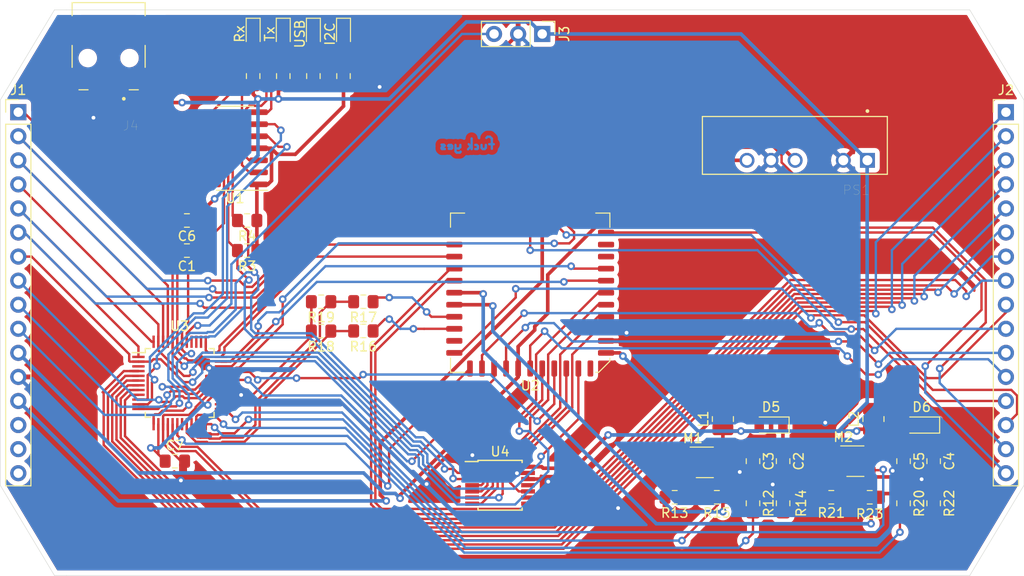
<source format=kicad_pcb>
(kicad_pcb (version 20171130) (host pcbnew "(5.1.7-0-10_14)")
  (layers (0 F.Cu signal) (31 B.Cu signal) (34 B.Paste user) (35 F.Paste user) (36 B.SilkS user) (37 F.SilkS user) (38 B.Mask user) (39 F.Mask user) (44 Edge.Cuts user))
  (net 0 "")
  (net 1 GND)
  (net 2 "Net-(C1-Pad1)")
  (net 3 ZXLD1_VOUT)
  (net 4 ZXLD1_EN)
  (net 5 ZXLD2_VOUT)
  (net 6 ZXLD2_EN)
  (net 7 "Net-(D1-Pad2)")
  (net 8 "Net-(D1-Pad1)")
  (net 9 "Net-(D2-Pad2)")
  (net 10 "Net-(D2-Pad1)")
  (net 11 "Net-(D3-Pad2)")
  (net 12 "Net-(D3-Pad1)")
  (net 13 "Net-(D4-Pad2)")
  (net 14 "Net-(D4-Pad1)")
  (net 15 "Net-(D5-Pad2)")
  (net 16 "Net-(D6-Pad2)")
  (net 17 63)
  (net 18 31)
  (net 19 1)
  (net 20 -9V)
  (net 21 +9V)
  (net 22 STROBE)
  (net 23 RESET)
  (net 24 DATA)
  (net 25 AY2)
  (net 26 AY1)
  (net 27 AY0)
  (net 28 AX3)
  (net 29 AX2)
  (net 30 AX1)
  (net 31 AX0)
  (net 32 56)
  (net 33 48)
  (net 34 40)
  (net 35 32)
  (net 36 24)
  (net 37 16)
  (net 38 8)
  (net 39 0)
  (net 40 CS_H)
  (net 41 CS_G)
  (net 42 CS_F)
  (net 43 CS_E)
  (net 44 CS_D)
  (net 45 CS_C)
  (net 46 CS_B)
  (net 47 CS_A)
  (net 48 "Net-(J3-Pad3)")
  (net 49 "Net-(M1-Pad3)")
  (net 50 "Net-(M2-Pad3)")
  (net 51 +5V)
  (net 52 I2C_SCL)
  (net 53 I2C_SDA)
  (net 54 ZXLD1_SENSE)
  (net 55 VDIV_0)
  (net 56 X0_ADC)
  (net 57 VDIV_1)
  (net 58 X1_ADC)
  (net 59 VREF_ADC_BIAS)
  (net 60 ZXLD2_SENSE)
  (net 61 USB_D+)
  (net 62 USB_D-)
  (net 63 USB_Tx)
  (net 64 USB_Rx)
  (net 65 CS_I)
  (net 66 POT0_A)
  (net 67 POT0_W)
  (net 68 PF2)
  (net 69 PF3)
  (net 70 PF1)
  (net 71 PF0)
  (net 72 POT1_B)
  (net 73 POT1_W)
  (net 74 POT1_A)
  (net 75 POT0_B)
  (net 76 "Net-(U3-Pad40)")
  (net 77 "Net-(U3-Pad39)")
  (net 78 "Net-(U3-Pad38)")
  (net 79 "Net-(U3-Pad33)")
  (net 80 "Net-(U3-Pad26)")
  (net 81 "Net-(U3-Pad19)")
  (net 82 "Net-(U3-Pad3)")
  (net 83 "Net-(U4-Pad11)")
  (net 84 "Net-(J4-Pad4)")
  (module 10033526-N3212LF:AMPHENOL_10033526-N3212LF (layer F.Cu) (at 47.625 33.02 180)
    (fp_text reference J4 (at -2.325 -7.135) (layer F.SilkS) (effects (font (thickness 0.015))))
    (fp_text value USB_B_Mini)
    (pad None np_thru_hole circle (at -2.2 0 180) (size 0.95 0.95) (drill 0.95) (layers *.Cu *.Mask))
    (pad None np_thru_hole circle (at 2.2 0 180) (size 0.95 0.95) (drill 0.95) (layers *.Cu *.Mask))
    (pad S2 smd rect (at 4.45 -2.55 180) (size 2 2.5) (layers F.Cu F.Paste F.Mask))
    (pad S1 smd rect (at -4.45 -2.55 180) (size 2 2.5) (layers F.Cu F.Paste F.Mask))
    (pad S3 smd rect (at -4.45 2.9 180) (size 2 2.5) (layers F.Cu F.Paste F.Mask))
    (pad S4 smd rect (at 4.45 2.9 180) (size 2 2.5) (layers F.Cu F.Paste F.Mask))
    (pad 5 smd rect (at 1.6 -2.675 180) (size 0.5 2.25) (layers F.Cu F.Paste F.Mask) (net 1 GND))
    (pad 4 smd rect (at 0.8 -2.675 180) (size 0.5 2.25) (layers F.Cu F.Paste F.Mask) (net 84 "Net-(J4-Pad4)"))
    (pad 3 smd rect (at 0 -2.675 180) (size 0.5 2.25) (layers F.Cu F.Paste F.Mask) (net 61 USB_D+))
    (pad 2 smd rect (at -0.8 -2.675 180) (size 0.5 2.25) (layers F.Cu F.Paste F.Mask) (net 62 USB_D-))
    (pad 1 smd rect (at -1.6 -2.675 180) (size 0.5 2.25) (layers F.Cu F.Paste F.Mask) (net 51 +5V))
  )
  (module Package_SO:TSSOP-14_4.4x5mm_P0.65mm (layer F.Cu) (at 88.9 78.105)
    (fp_text reference U4 (at 0 -3.55) (layer F.SilkS))
    (fp_text value MCP4661-104E_ST)
    (pad 14 smd rect (at 2.95 -1.95) (size 1.45 0.45) (layers F.Cu F.Paste F.Mask) (net 51 +5V))
    (pad 13 smd rect (at 2.95 -1.3) (size 1.45 0.45) (layers F.Cu F.Paste F.Mask) (net 1 GND))
    (pad 12 smd rect (at 2.95 -0.65) (size 1.45 0.45) (layers F.Cu F.Paste F.Mask) (net 1 GND))
    (pad 11 smd rect (at 2.95 0) (size 1.45 0.45) (layers F.Cu F.Paste F.Mask) (net 83 "Net-(U4-Pad11)"))
    (pad 10 smd rect (at 2.95 0.65) (size 1.45 0.45) (layers F.Cu F.Paste F.Mask) (net 75 POT0_B))
    (pad 9 smd rect (at 2.95 1.3) (size 1.45 0.45) (layers F.Cu F.Paste F.Mask) (net 67 POT0_W))
    (pad 8 smd rect (at 2.95 1.95) (size 1.45 0.45) (layers F.Cu F.Paste F.Mask) (net 66 POT0_A))
    (pad 7 smd rect (at -2.95 1.95) (size 1.45 0.45) (layers F.Cu F.Paste F.Mask) (net 74 POT1_A))
    (pad 6 smd rect (at -2.95 1.3) (size 1.45 0.45) (layers F.Cu F.Paste F.Mask) (net 73 POT1_W))
    (pad 5 smd rect (at -2.95 0.65) (size 1.45 0.45) (layers F.Cu F.Paste F.Mask) (net 72 POT1_B))
    (pad 4 smd rect (at -2.95 0) (size 1.45 0.45) (layers F.Cu F.Paste F.Mask) (net 1 GND))
    (pad 3 smd rect (at -2.95 -0.65) (size 1.45 0.45) (layers F.Cu F.Paste F.Mask) (net 53 I2C_SDA))
    (pad 2 smd rect (at -2.95 -1.3) (size 1.45 0.45) (layers F.Cu F.Paste F.Mask) (net 52 I2C_SCL))
    (pad 1 smd rect (at -2.95 -1.95) (size 1.45 0.45) (layers F.Cu F.Paste F.Mask) (net 1 GND))
  )
  (module Package_QFP:TQFP-48_7x7mm_P0.5mm (layer F.Cu) (at 55.118 67.31)
    (fp_text reference U3 (at 0 -6) (layer F.SilkS))
    (fp_text value ATmega4809-A)
    (pad 48 smd rect (at -2.75 -4.35 90) (size 1.3 0.25) (layers F.Cu F.Paste F.Mask) (net 27 AY0))
    (pad 47 smd rect (at -2.25 -4.35 90) (size 1.3 0.25) (layers F.Cu F.Paste F.Mask) (net 28 AX3))
    (pad 46 smd rect (at -1.75 -4.35 90) (size 1.3 0.25) (layers F.Cu F.Paste F.Mask) (net 29 AX2))
    (pad 45 smd rect (at -1.25 -4.35 90) (size 1.3 0.25) (layers F.Cu F.Paste F.Mask) (net 30 AX1))
    (pad 44 smd rect (at -0.75 -4.35 90) (size 1.3 0.25) (layers F.Cu F.Paste F.Mask) (net 31 AX0))
    (pad 43 smd rect (at -0.25 -4.35 90) (size 1.3 0.25) (layers F.Cu F.Paste F.Mask) (net 1 GND))
    (pad 42 smd rect (at 0.25 -4.35 90) (size 1.3 0.25) (layers F.Cu F.Paste F.Mask) (net 51 +5V))
    (pad 41 smd rect (at 0.75 -4.35 90) (size 1.3 0.25) (layers F.Cu F.Paste F.Mask) (net 48 "Net-(J3-Pad3)"))
    (pad 40 smd rect (at 1.25 -4.35 90) (size 1.3 0.25) (layers F.Cu F.Paste F.Mask) (net 76 "Net-(U3-Pad40)"))
    (pad 39 smd rect (at 1.75 -4.35 90) (size 1.3 0.25) (layers F.Cu F.Paste F.Mask) (net 77 "Net-(U3-Pad39)"))
    (pad 38 smd rect (at 2.25 -4.35 90) (size 1.3 0.25) (layers F.Cu F.Paste F.Mask) (net 78 "Net-(U3-Pad38)"))
    (pad 37 smd rect (at 2.75 -4.35 90) (size 1.3 0.25) (layers F.Cu F.Paste F.Mask) (net 69 PF3))
    (pad 36 smd rect (at 4.35 -2.75) (size 1.3 0.25) (layers F.Cu F.Paste F.Mask) (net 68 PF2))
    (pad 35 smd rect (at 4.35 -2.25) (size 1.3 0.25) (layers F.Cu F.Paste F.Mask) (net 70 PF1))
    (pad 34 smd rect (at 4.35 -1.75) (size 1.3 0.25) (layers F.Cu F.Paste F.Mask) (net 71 PF0))
    (pad 33 smd rect (at 4.35 -1.25) (size 1.3 0.25) (layers F.Cu F.Paste F.Mask) (net 79 "Net-(U3-Pad33)"))
    (pad 32 smd rect (at 4.35 -0.75) (size 1.3 0.25) (layers F.Cu F.Paste F.Mask) (net 22 STROBE))
    (pad 31 smd rect (at 4.35 -0.25) (size 1.3 0.25) (layers F.Cu F.Paste F.Mask) (net 23 RESET))
    (pad 30 smd rect (at 4.35 0.25) (size 1.3 0.25) (layers F.Cu F.Paste F.Mask) (net 24 DATA))
    (pad 29 smd rect (at 4.35 0.75) (size 1.3 0.25) (layers F.Cu F.Paste F.Mask) (net 1 GND))
    (pad 28 smd rect (at 4.35 1.25) (size 1.3 0.25) (layers F.Cu F.Paste F.Mask) (net 51 +5V))
    (pad 27 smd rect (at 4.35 1.75) (size 1.3 0.25) (layers F.Cu F.Paste F.Mask) (net 59 VREF_ADC_BIAS))
    (pad 26 smd rect (at 4.35 2.25) (size 1.3 0.25) (layers F.Cu F.Paste F.Mask) (net 80 "Net-(U3-Pad26)"))
    (pad 25 smd rect (at 4.35 2.75) (size 1.3 0.25) (layers F.Cu F.Paste F.Mask) (net 6 ZXLD2_EN))
    (pad 24 smd rect (at 2.75 4.35 90) (size 1.3 0.25) (layers F.Cu F.Paste F.Mask) (net 60 ZXLD2_SENSE))
    (pad 23 smd rect (at 2.25 4.35 90) (size 1.3 0.25) (layers F.Cu F.Paste F.Mask) (net 4 ZXLD1_EN))
    (pad 22 smd rect (at 1.75 4.35 90) (size 1.3 0.25) (layers F.Cu F.Paste F.Mask) (net 54 ZXLD1_SENSE))
    (pad 21 smd rect (at 1.25 4.35 90) (size 1.3 0.25) (layers F.Cu F.Paste F.Mask) (net 57 VDIV_1))
    (pad 20 smd rect (at 0.75 4.35 90) (size 1.3 0.25) (layers F.Cu F.Paste F.Mask) (net 55 VDIV_0))
    (pad 19 smd rect (at 0.25 4.35 90) (size 1.3 0.25) (layers F.Cu F.Paste F.Mask) (net 81 "Net-(U3-Pad19)"))
    (pad 18 smd rect (at -0.25 4.35 90) (size 1.3 0.25) (layers F.Cu F.Paste F.Mask) (net 65 CS_I))
    (pad 17 smd rect (at -0.75 4.35 90) (size 1.3 0.25) (layers F.Cu F.Paste F.Mask) (net 40 CS_H))
    (pad 16 smd rect (at -1.25 4.35 90) (size 1.3 0.25) (layers F.Cu F.Paste F.Mask) (net 41 CS_G))
    (pad 15 smd rect (at -1.75 4.35 90) (size 1.3 0.25) (layers F.Cu F.Paste F.Mask) (net 1 GND))
    (pad 14 smd rect (at -2.25 4.35 90) (size 1.3 0.25) (layers F.Cu F.Paste F.Mask) (net 51 +5V))
    (pad 13 smd rect (at -2.75 4.35 90) (size 1.3 0.25) (layers F.Cu F.Paste F.Mask) (net 52 I2C_SCL))
    (pad 12 smd rect (at -4.35 2.75) (size 1.3 0.25) (layers F.Cu F.Paste F.Mask) (net 53 I2C_SDA))
    (pad 11 smd rect (at -4.35 2.25) (size 1.3 0.25) (layers F.Cu F.Paste F.Mask) (net 63 USB_Tx))
    (pad 10 smd rect (at -4.35 1.75) (size 1.3 0.25) (layers F.Cu F.Paste F.Mask) (net 64 USB_Rx))
    (pad 9 smd rect (at -4.35 1.25) (size 1.3 0.25) (layers F.Cu F.Paste F.Mask) (net 42 CS_F))
    (pad 8 smd rect (at -4.35 0.75) (size 1.3 0.25) (layers F.Cu F.Paste F.Mask) (net 43 CS_E))
    (pad 7 smd rect (at -4.35 0.25) (size 1.3 0.25) (layers F.Cu F.Paste F.Mask) (net 44 CS_D))
    (pad 6 smd rect (at -4.35 -0.25) (size 1.3 0.25) (layers F.Cu F.Paste F.Mask) (net 45 CS_C))
    (pad 5 smd rect (at -4.35 -0.75) (size 1.3 0.25) (layers F.Cu F.Paste F.Mask) (net 46 CS_B))
    (pad 4 smd rect (at -4.35 -1.25) (size 1.3 0.25) (layers F.Cu F.Paste F.Mask) (net 47 CS_A))
    (pad 3 smd rect (at -4.35 -1.75) (size 1.3 0.25) (layers F.Cu F.Paste F.Mask) (net 82 "Net-(U3-Pad3)"))
    (pad 2 smd rect (at -4.35 -2.25) (size 1.3 0.25) (layers F.Cu F.Paste F.Mask) (net 25 AY2))
    (pad 1 smd rect (at -4.35 -2.75) (size 1.3 0.25) (layers F.Cu F.Paste F.Mask) (net 26 AY1))
  )
  (module Package_LCC:PLCC-44_16.6x16.6mm_P1.27mm (layer F.Cu) (at 92.075 57.785 180)
    (fp_text reference U2 (at 0 -9.8) (layer F.SilkS))
    (fp_text value MT8816AP)
    (pad 44 smd roundrect (at 1.27 -8 180) (size 0.6 1.7) (layers F.Cu F.Paste F.Mask) (net 21 +9V))
    (pad 43 smd roundrect (at 2.54 -8 180) (size 0.6 1.7) (layers F.Cu F.Paste F.Mask) (net 37 16))
    (pad 42 smd roundrect (at 3.81 -8 180) (size 0.6 1.7) (layers F.Cu F.Paste F.Mask) (net 24 DATA))
    (pad 41 smd roundrect (at 5.08 -8 180) (size 0.6 1.7) (layers F.Cu F.Paste F.Mask) (net 38 8))
    (pad 40 smd roundrect (at 6.35 -8 180) (size 0.6 1.7) (layers F.Cu F.Paste F.Mask) (net 65 CS_I))
    (pad 39 smd roundrect (at 8 -6.35 180) (size 1.7 0.6) (layers F.Cu F.Paste F.Mask) (net 39 0))
    (pad 38 smd roundrect (at 8 -5.08 180) (size 1.7 0.6) (layers F.Cu F.Paste F.Mask))
    (pad 37 smd roundrect (at 8 -3.81 180) (size 1.7 0.6) (layers F.Cu F.Paste F.Mask) (net 56 X0_ADC))
    (pad 36 smd roundrect (at 8 -2.54 180) (size 1.7 0.6) (layers F.Cu F.Paste F.Mask) (net 58 X1_ADC))
    (pad 35 smd roundrect (at 8 -1.27 180) (size 1.7 0.6) (layers F.Cu F.Paste F.Mask) (net 3 ZXLD1_VOUT))
    (pad 34 smd roundrect (at 8 0 180) (size 1.7 0.6) (layers F.Cu F.Paste F.Mask) (net 5 ZXLD2_VOUT))
    (pad 33 smd roundrect (at 8 1.27 180) (size 1.7 0.6) (layers F.Cu F.Paste F.Mask) (net 66 POT0_A))
    (pad 32 smd roundrect (at 8 2.54 180) (size 1.7 0.6) (layers F.Cu F.Paste F.Mask) (net 67 POT0_W))
    (pad 31 smd roundrect (at 8 3.81 180) (size 1.7 0.6) (layers F.Cu F.Paste F.Mask) (net 68 PF2))
    (pad 30 smd roundrect (at 8 5.08 180) (size 1.7 0.6) (layers F.Cu F.Paste F.Mask) (net 69 PF3))
    (pad 29 smd roundrect (at 8 6.35 180) (size 1.7 0.6) (layers F.Cu F.Paste F.Mask))
    (pad 28 smd roundrect (at 6.35 8 180) (size 0.6 1.7) (layers F.Cu F.Paste F.Mask))
    (pad 27 smd roundrect (at 5.08 8 180) (size 0.6 1.7) (layers F.Cu F.Paste F.Mask) (net 26 AY1))
    (pad 26 smd roundrect (at 3.81 8 180) (size 0.6 1.7) (layers F.Cu F.Paste F.Mask) (net 27 AY0))
    (pad 25 smd roundrect (at 2.54 8 180) (size 0.6 1.7) (layers F.Cu F.Paste F.Mask) (net 29 AX2))
    (pad 24 smd roundrect (at 1.27 8 180) (size 0.6 1.7) (layers F.Cu F.Paste F.Mask) (net 30 AX1))
    (pad 23 smd roundrect (at 0 8 180) (size 0.6 1.7) (layers F.Cu F.Paste F.Mask) (net 35 32))
    (pad 22 smd roundrect (at -1.27 8 180) (size 0.6 1.7) (layers F.Cu F.Paste F.Mask) (net 20 -9V))
    (pad 21 smd roundrect (at -2.54 8 180) (size 0.6 1.7) (layers F.Cu F.Paste F.Mask) (net 34 40))
    (pad 20 smd roundrect (at -3.81 8 180) (size 0.6 1.7) (layers F.Cu F.Paste F.Mask) (net 22 STROBE))
    (pad 19 smd roundrect (at -5.08 8 180) (size 0.6 1.7) (layers F.Cu F.Paste F.Mask) (net 33 48))
    (pad 18 smd roundrect (at -6.35 8 180) (size 0.6 1.7) (layers F.Cu F.Paste F.Mask) (net 1 GND))
    (pad 17 smd roundrect (at -8 6.35 180) (size 1.7 0.6) (layers F.Cu F.Paste F.Mask) (net 32 56))
    (pad 16 smd roundrect (at -8 5.08 180) (size 1.7 0.6) (layers F.Cu F.Paste F.Mask))
    (pad 15 smd roundrect (at -8 3.81 180) (size 1.7 0.6) (layers F.Cu F.Paste F.Mask))
    (pad 14 smd roundrect (at -8 2.54 180) (size 1.7 0.6) (layers F.Cu F.Paste F.Mask) (net 70 PF1))
    (pad 13 smd roundrect (at -8 1.27 180) (size 1.7 0.6) (layers F.Cu F.Paste F.Mask) (net 71 PF0))
    (pad 12 smd roundrect (at -8 0 180) (size 1.7 0.6) (layers F.Cu F.Paste F.Mask) (net 72 POT1_B))
    (pad 11 smd roundrect (at -8 -1.27 180) (size 1.7 0.6) (layers F.Cu F.Paste F.Mask) (net 73 POT1_W))
    (pad 10 smd roundrect (at -8 -2.54 180) (size 1.7 0.6) (layers F.Cu F.Paste F.Mask) (net 74 POT1_A))
    (pad 9 smd roundrect (at -8 -3.81 180) (size 1.7 0.6) (layers F.Cu F.Paste F.Mask) (net 75 POT0_B))
    (pad 8 smd roundrect (at -8 -5.08 180) (size 1.7 0.6) (layers F.Cu F.Paste F.Mask) (net 1 GND))
    (pad 7 smd roundrect (at -8 -6.35 180) (size 1.7 0.6) (layers F.Cu F.Paste F.Mask) (net 51 +5V))
    (pad 6 smd roundrect (at -6.35 -8 180) (size 0.6 1.7) (layers F.Cu F.Paste F.Mask))
    (pad 5 smd roundrect (at -5.08 -8 180) (size 0.6 1.7) (layers F.Cu F.Paste F.Mask) (net 31 AX0))
    (pad 4 smd roundrect (at -3.81 -8 180) (size 0.6 1.7) (layers F.Cu F.Paste F.Mask) (net 28 AX3))
    (pad 3 smd roundrect (at -2.54 -8 180) (size 0.6 1.7) (layers F.Cu F.Paste F.Mask) (net 23 RESET))
    (pad 2 smd roundrect (at -1.27 -8 180) (size 0.6 1.7) (layers F.Cu F.Paste F.Mask) (net 25 AY2))
    (pad 1 smd roundrect (at 0 -8 180) (size 0.6 1.7) (layers F.Cu F.Paste F.Mask) (net 36 24))
  )
  (module Package_SO:SOIC-14_3.9x8.7mm_P1.27mm (layer F.Cu) (at 60.96 42.545 180)
    (fp_text reference U1 (at 0 -5.28) (layer F.SilkS))
    (fp_text value MCP2221A-I_SL)
    (pad 14 smd roundrect (at 2.475 -3.81 180) (size 1.95 0.6) (layers F.Cu F.Paste F.Mask) (net 1 GND))
    (pad 13 smd roundrect (at 2.475 -2.54 180) (size 1.95 0.6) (layers F.Cu F.Paste F.Mask) (net 61 USB_D+))
    (pad 12 smd roundrect (at 2.475 -1.27 180) (size 1.95 0.6) (layers F.Cu F.Paste F.Mask) (net 62 USB_D-))
    (pad 11 smd roundrect (at 2.475 0 180) (size 1.95 0.6) (layers F.Cu F.Paste F.Mask) (net 2 "Net-(C1-Pad1)"))
    (pad 10 smd roundrect (at 2.475 1.27 180) (size 1.95 0.6) (layers F.Cu F.Paste F.Mask) (net 52 I2C_SCL))
    (pad 9 smd roundrect (at 2.475 2.54 180) (size 1.95 0.6) (layers F.Cu F.Paste F.Mask) (net 53 I2C_SDA))
    (pad 8 smd roundrect (at 2.475 3.81 180) (size 1.95 0.6) (layers F.Cu F.Paste F.Mask) (net 14 "Net-(D4-Pad1)"))
    (pad 7 smd roundrect (at -2.475 3.81 180) (size 1.95 0.6) (layers F.Cu F.Paste F.Mask) (net 12 "Net-(D3-Pad1)"))
    (pad 6 smd roundrect (at -2.475 2.54 180) (size 1.95 0.6) (layers F.Cu F.Paste F.Mask) (net 63 USB_Tx))
    (pad 5 smd roundrect (at -2.475 1.27 180) (size 1.95 0.6) (layers F.Cu F.Paste F.Mask) (net 64 USB_Rx))
    (pad 4 smd roundrect (at -2.475 0 180) (size 1.95 0.6) (layers F.Cu F.Paste F.Mask) (net 51 +5V))
    (pad 3 smd roundrect (at -2.475 -1.27 180) (size 1.95 0.6) (layers F.Cu F.Paste F.Mask) (net 10 "Net-(D2-Pad1)"))
    (pad 2 smd roundrect (at -2.475 -2.54 180) (size 1.95 0.6) (layers F.Cu F.Paste F.Mask) (net 8 "Net-(D1-Pad1)"))
    (pad 1 smd roundrect (at -2.475 -3.81 180) (size 1.95 0.6) (layers F.Cu F.Paste F.Mask) (net 51 +5V))
  )
  (module Resistor_SMD:R_0805_2012Metric_Pad1.15x1.40mm_HandSolder (layer F.Cu) (at 127.88 79.375)
    (fp_text reference R23 (at 0 1.778) (layer F.SilkS))
    (fp_text value 1M)
    (pad 2 smd roundrect (at 1.025 0) (size 1.15 1.4) (layers F.Cu F.Paste F.Mask) (roundrect_rratio 0.2173904347826087) (net 5 ZXLD2_VOUT))
    (pad 1 smd roundrect (at -1.025 0) (size 1.15 1.4) (layers F.Cu F.Paste F.Mask) (roundrect_rratio 0.2173904347826087) (net 50 "Net-(M2-Pad3)"))
  )
  (module Resistor_SMD:R_0805_2012Metric_Pad1.15x1.40mm_HandSolder (layer F.Cu) (at 134.62 80.01 90)
    (fp_text reference R22 (at 0 1.651 90) (layer F.SilkS))
    (fp_text value 14K)
    (pad 2 smd roundrect (at 1.025 0 90) (size 1.15 1.4) (layers F.Cu F.Paste F.Mask) (roundrect_rratio 0.2173904347826087) (net 1 GND))
    (pad 1 smd roundrect (at -1.025 0 90) (size 1.15 1.4) (layers F.Cu F.Paste F.Mask) (roundrect_rratio 0.2173904347826087) (net 60 ZXLD2_SENSE))
  )
  (module Resistor_SMD:R_0805_2012Metric_Pad1.15x1.40mm_HandSolder (layer F.Cu) (at 123.825 79.375)
    (fp_text reference R21 (at 0 1.651) (layer F.SilkS))
    (fp_text value 91K)
    (pad 2 smd roundrect (at 1.025 0) (size 1.15 1.4) (layers F.Cu F.Paste F.Mask) (roundrect_rratio 0.2173904347826087) (net 50 "Net-(M2-Pad3)"))
    (pad 1 smd roundrect (at -1.025 0) (size 1.15 1.4) (layers F.Cu F.Paste F.Mask) (roundrect_rratio 0.2173904347826087) (net 1 GND))
  )
  (module Resistor_SMD:R_0805_2012Metric_Pad1.15x1.40mm_HandSolder (layer F.Cu) (at 131.445 80.01 270)
    (fp_text reference R20 (at 0 -1.65 90) (layer F.SilkS))
    (fp_text value 56.2K)
    (pad 2 smd roundrect (at 1.025 0 270) (size 1.15 1.4) (layers F.Cu F.Paste F.Mask) (roundrect_rratio 0.2173904347826087) (net 60 ZXLD2_SENSE))
    (pad 1 smd roundrect (at -1.025 0 270) (size 1.15 1.4) (layers F.Cu F.Paste F.Mask) (roundrect_rratio 0.2173904347826087) (net 5 ZXLD2_VOUT))
  )
  (module Resistor_SMD:R_0805_2012Metric_Pad1.15x1.40mm_HandSolder (layer F.Cu) (at 70.029799 58.740439 180)
    (fp_text reference R19 (at 0 -1.65) (layer F.SilkS))
    (fp_text value 14K)
    (pad 2 smd roundrect (at 1.025 0 180) (size 1.15 1.4) (layers F.Cu F.Paste F.Mask) (roundrect_rratio 0.2173904347826087) (net 59 VREF_ADC_BIAS))
    (pad 1 smd roundrect (at -1.025 0 180) (size 1.15 1.4) (layers F.Cu F.Paste F.Mask) (roundrect_rratio 0.2173904347826087) (net 57 VDIV_1))
  )
  (module Resistor_SMD:R_0805_2012Metric_Pad1.15x1.40mm_HandSolder (layer F.Cu) (at 70.0278 61.8363 180)
    (fp_text reference R18 (at 0 -1.65) (layer F.SilkS))
    (fp_text value 14K)
    (pad 2 smd roundrect (at 1.025 0 180) (size 1.15 1.4) (layers F.Cu F.Paste F.Mask) (roundrect_rratio 0.2173904347826087) (net 59 VREF_ADC_BIAS))
    (pad 1 smd roundrect (at -1.025 0 180) (size 1.15 1.4) (layers F.Cu F.Paste F.Mask) (roundrect_rratio 0.2173904347826087) (net 55 VDIV_0))
  )
  (module Resistor_SMD:R_0805_2012Metric_Pad1.15x1.40mm_HandSolder (layer F.Cu) (at 74.4855 58.7375 180)
    (fp_text reference R17 (at 0 -1.65) (layer F.SilkS))
    (fp_text value 56.2K)
    (pad 2 smd roundrect (at 1.025 0 180) (size 1.15 1.4) (layers F.Cu F.Paste F.Mask) (roundrect_rratio 0.2173904347826087) (net 57 VDIV_1))
    (pad 1 smd roundrect (at -1.025 0 180) (size 1.15 1.4) (layers F.Cu F.Paste F.Mask) (roundrect_rratio 0.2173904347826087) (net 58 X1_ADC))
  )
  (module Resistor_SMD:R_0805_2012Metric_Pad1.15x1.40mm_HandSolder (layer F.Cu) (at 74.4855 61.8236 180)
    (fp_text reference R16 (at 0 -1.65) (layer F.SilkS))
    (fp_text value 56.2K)
    (pad 2 smd roundrect (at 1.025 0 180) (size 1.15 1.4) (layers F.Cu F.Paste F.Mask) (roundrect_rratio 0.2173904347826087) (net 55 VDIV_0))
    (pad 1 smd roundrect (at -1.025 0 180) (size 1.15 1.4) (layers F.Cu F.Paste F.Mask) (roundrect_rratio 0.2173904347826087) (net 56 X0_ADC))
  )
  (module Resistor_SMD:R_0805_2012Metric_Pad1.15x1.40mm_HandSolder (layer F.Cu) (at 111.76 79.375)
    (fp_text reference R15 (at 0 1.651) (layer F.SilkS))
    (fp_text value 1M)
    (pad 2 smd roundrect (at 1.025 0) (size 1.15 1.4) (layers F.Cu F.Paste F.Mask) (roundrect_rratio 0.2173904347826087) (net 3 ZXLD1_VOUT))
    (pad 1 smd roundrect (at -1.025 0) (size 1.15 1.4) (layers F.Cu F.Paste F.Mask) (roundrect_rratio 0.2173904347826087) (net 49 "Net-(M1-Pad3)"))
  )
  (module Resistor_SMD:R_0805_2012Metric_Pad1.15x1.40mm_HandSolder (layer F.Cu) (at 118.745 80.01 90)
    (fp_text reference R14 (at 0 1.905 90) (layer F.SilkS))
    (fp_text value 14K)
    (pad 2 smd roundrect (at 1.025 0 90) (size 1.15 1.4) (layers F.Cu F.Paste F.Mask) (roundrect_rratio 0.2173904347826087) (net 1 GND))
    (pad 1 smd roundrect (at -1.025 0 90) (size 1.15 1.4) (layers F.Cu F.Paste F.Mask) (roundrect_rratio 0.2173904347826087) (net 54 ZXLD1_SENSE))
  )
  (module Resistor_SMD:R_0805_2012Metric_Pad1.15x1.40mm_HandSolder (layer F.Cu) (at 107.315 79.375)
    (fp_text reference R13 (at 0 1.651) (layer F.SilkS))
    (fp_text value 91K)
    (pad 2 smd roundrect (at 1.025 0) (size 1.15 1.4) (layers F.Cu F.Paste F.Mask) (roundrect_rratio 0.2173904347826087) (net 49 "Net-(M1-Pad3)"))
    (pad 1 smd roundrect (at -1.025 0) (size 1.15 1.4) (layers F.Cu F.Paste F.Mask) (roundrect_rratio 0.2173904347826087) (net 1 GND))
  )
  (module Resistor_SMD:R_0805_2012Metric_Pad1.15x1.40mm_HandSolder (layer F.Cu) (at 115.57 80.01 270)
    (fp_text reference R12 (at 0 -1.65 90) (layer F.SilkS))
    (fp_text value 56.2K)
    (pad 2 smd roundrect (at 1.025 0 270) (size 1.15 1.4) (layers F.Cu F.Paste F.Mask) (roundrect_rratio 0.2173904347826087) (net 54 ZXLD1_SENSE))
    (pad 1 smd roundrect (at -1.025 0 270) (size 1.15 1.4) (layers F.Cu F.Paste F.Mask) (roundrect_rratio 0.2173904347826087) (net 3 ZXLD1_VOUT))
  )
  (module Resistor_SMD:R_0805_2012Metric_Pad1.15x1.40mm_HandSolder (layer F.Cu) (at 72.39 34.925 90)
    (fp_text reference R11 hide)
    (fp_text value 220R)
    (pad 2 smd roundrect (at 1.025 0 90) (size 1.15 1.4) (layers F.Cu F.Paste F.Mask) (roundrect_rratio 0.2173904347826087) (net 13 "Net-(D4-Pad2)"))
    (pad 1 smd roundrect (at -1.025 0 90) (size 1.15 1.4) (layers F.Cu F.Paste F.Mask) (roundrect_rratio 0.2173904347826087) (net 51 +5V))
  )
  (module Capacitor_SMD:C_0805_2012Metric_Pad1.15x1.40mm_HandSolder (layer F.Cu) (at 54.61 75.565)
    (fp_text reference C7 (at 0 -1.65) (layer F.SilkS))
    (fp_text value 10uF)
    (pad 2 smd roundrect (at 1.025 0) (size 1.15 1.4) (layers F.Cu F.Paste F.Mask) (roundrect_rratio 0.2173904347826087) (net 1 GND))
    (pad 1 smd roundrect (at -1.025 0) (size 1.15 1.4) (layers F.Cu F.Paste F.Mask) (roundrect_rratio 0.2173904347826087) (net 51 +5V))
  )
  (module Capacitor_SMD:C_0805_2012Metric_Pad1.15x1.40mm_HandSolder (layer F.Cu) (at 55.88 50.165 180)
    (fp_text reference C6 (at 0 -1.65) (layer F.SilkS))
    (fp_text value 10uF)
    (pad 2 smd roundrect (at 1.025 0 180) (size 1.15 1.4) (layers F.Cu F.Paste F.Mask) (roundrect_rratio 0.2173904347826087) (net 1 GND))
    (pad 1 smd roundrect (at -1.025 0 180) (size 1.15 1.4) (layers F.Cu F.Paste F.Mask) (roundrect_rratio 0.2173904347826087) (net 51 +5V))
  )
  (module Resistor_SMD:R_0805_2012Metric_Pad1.15x1.40mm_HandSolder (layer F.Cu) (at 69.215 34.925 90)
    (fp_text reference R5 hide)
    (fp_text value 220R)
    (pad 2 smd roundrect (at 1.025 0 90) (size 1.15 1.4) (layers F.Cu F.Paste F.Mask) (roundrect_rratio 0.2173904347826087) (net 11 "Net-(D3-Pad2)"))
    (pad 1 smd roundrect (at -1.025 0 90) (size 1.15 1.4) (layers F.Cu F.Paste F.Mask) (roundrect_rratio 0.2173904347826087) (net 51 +5V))
  )
  (module Resistor_SMD:R_0805_2012Metric_Pad1.15x1.40mm_HandSolder (layer F.Cu) (at 62.23 50.165 180)
    (fp_text reference R4 (at 0 -1.65) (layer F.SilkS))
    (fp_text value 10K)
    (pad 2 smd roundrect (at 1.025 0 180) (size 1.15 1.4) (layers F.Cu F.Paste F.Mask) (roundrect_rratio 0.2173904347826087) (net 53 I2C_SDA))
    (pad 1 smd roundrect (at -1.025 0 180) (size 1.15 1.4) (layers F.Cu F.Paste F.Mask) (roundrect_rratio 0.2173904347826087) (net 51 +5V))
  )
  (module Resistor_SMD:R_0805_2012Metric_Pad1.15x1.40mm_HandSolder (layer F.Cu) (at 62.23 53.34 180)
    (fp_text reference R3 (at 0 -1.65) (layer F.SilkS))
    (fp_text value 10K)
    (pad 2 smd roundrect (at 1.025 0 180) (size 1.15 1.4) (layers F.Cu F.Paste F.Mask) (roundrect_rratio 0.2173904347826087) (net 52 I2C_SCL))
    (pad 1 smd roundrect (at -1.025 0 180) (size 1.15 1.4) (layers F.Cu F.Paste F.Mask) (roundrect_rratio 0.2173904347826087) (net 51 +5V))
  )
  (module Resistor_SMD:R_0805_2012Metric_Pad1.15x1.40mm_HandSolder (layer F.Cu) (at 66.04 34.925 90)
    (fp_text reference R2 hide)
    (fp_text value 220R)
    (pad 2 smd roundrect (at 1.025 0 90) (size 1.15 1.4) (layers F.Cu F.Paste F.Mask) (roundrect_rratio 0.2173904347826087) (net 9 "Net-(D2-Pad2)"))
    (pad 1 smd roundrect (at -1.025 0 90) (size 1.15 1.4) (layers F.Cu F.Paste F.Mask) (roundrect_rratio 0.2173904347826087) (net 51 +5V))
  )
  (module Resistor_SMD:R_0805_2012Metric_Pad1.15x1.40mm_HandSolder (layer F.Cu) (at 62.865 34.925 90)
    (fp_text reference R1 hide)
    (fp_text value 220R)
    (pad 2 smd roundrect (at 1.025 0 90) (size 1.15 1.4) (layers F.Cu F.Paste F.Mask) (roundrect_rratio 0.2173904347826087) (net 7 "Net-(D1-Pad2)"))
    (pad 1 smd roundrect (at -1.025 0 90) (size 1.15 1.4) (layers F.Cu F.Paste F.Mask) (roundrect_rratio 0.2173904347826087) (net 51 +5V))
  )
  (module DPU01L-05:CONV_DPU01L-05 (layer F.Cu) (at 127.635 43.815 180)
    (fp_text reference PS1 (at 1.175 -3.135) (layer F.SilkS) (effects (font (thickness 0.015))))
    (fp_text value DPU01L-05)
    (pad 6 thru_hole circle (at 12.7 0 180) (size 1.575 1.575) (drill 1.05) (layers *.Cu *.Mask) (net 21 +9V))
    (pad 5 thru_hole circle (at 10.16 0 180) (size 1.575 1.575) (drill 1.05) (layers *.Cu *.Mask) (net 1 GND))
    (pad 4 thru_hole circle (at 7.62 0 180) (size 1.575 1.575) (drill 1.05) (layers *.Cu *.Mask) (net 20 -9V))
    (pad 2 thru_hole circle (at 2.54 0 180) (size 1.575 1.575) (drill 1.05) (layers *.Cu *.Mask) (net 1 GND))
    (pad 1 thru_hole rect (at 0 0 180) (size 1.575 1.575) (drill 1.05) (layers *.Cu *.Mask) (net 51 +5V))
  )
  (module Package_TO_SOT_SMD:SOT-23-5_HandSoldering (layer F.Cu) (at 126.365 75.565)
    (fp_text reference M2 (at -1.27 -2.54) (layer F.SilkS))
    (fp_text value ZXLD1615)
    (pad 5 smd rect (at 1.35 -0.95) (size 1.56 0.65) (layers F.Cu F.Paste F.Mask) (net 51 +5V))
    (pad 4 smd rect (at 1.35 0.95) (size 1.56 0.65) (layers F.Cu F.Paste F.Mask) (net 6 ZXLD2_EN))
    (pad 3 smd rect (at -1.35 0.95) (size 1.56 0.65) (layers F.Cu F.Paste F.Mask) (net 50 "Net-(M2-Pad3)"))
    (pad 2 smd rect (at -1.35 0) (size 1.56 0.65) (layers F.Cu F.Paste F.Mask) (net 1 GND))
    (pad 1 smd rect (at -1.35 -0.95) (size 1.56 0.65) (layers F.Cu F.Paste F.Mask) (net 16 "Net-(D6-Pad2)"))
  )
  (module Package_TO_SOT_SMD:SOT-23-5_HandSoldering (layer F.Cu) (at 110.49 75.692)
    (fp_text reference M1 (at -1.27 -2.54) (layer F.SilkS))
    (fp_text value ZXLD1615)
    (pad 5 smd rect (at 1.35 -0.95) (size 1.56 0.65) (layers F.Cu F.Paste F.Mask) (net 51 +5V))
    (pad 4 smd rect (at 1.35 0.95) (size 1.56 0.65) (layers F.Cu F.Paste F.Mask) (net 4 ZXLD1_EN))
    (pad 3 smd rect (at -1.35 0.95) (size 1.56 0.65) (layers F.Cu F.Paste F.Mask) (net 49 "Net-(M1-Pad3)"))
    (pad 2 smd rect (at -1.35 0) (size 1.56 0.65) (layers F.Cu F.Paste F.Mask) (net 1 GND))
    (pad 1 smd rect (at -1.35 -0.95) (size 1.56 0.65) (layers F.Cu F.Paste F.Mask) (net 15 "Net-(D5-Pad2)"))
  )
  (module Inductor_SMD:L_1008_2520Metric (layer F.Cu) (at 128.27 71.12 90)
    (fp_text reference L2 (at 0 -2.05 90) (layer F.SilkS))
    (fp_text value 10uH)
    (pad 2 smd roundrect (at 1.075 0 90) (size 1.25 2.2) (layers F.Cu F.Paste F.Mask) (roundrect_rratio 0.2) (net 16 "Net-(D6-Pad2)"))
    (pad 1 smd roundrect (at -1.075 0 90) (size 1.25 2.2) (layers F.Cu F.Paste F.Mask) (roundrect_rratio 0.2) (net 51 +5V))
  )
  (module Inductor_SMD:L_1008_2520Metric (layer F.Cu) (at 112.395 71.12 90)
    (fp_text reference L1 (at 0 -2.05 90) (layer F.SilkS))
    (fp_text value 10uH)
    (pad 2 smd roundrect (at 1.075 0 90) (size 1.25 2.2) (layers F.Cu F.Paste F.Mask) (roundrect_rratio 0.2) (net 15 "Net-(D5-Pad2)"))
    (pad 1 smd roundrect (at -1.075 0 90) (size 1.25 2.2) (layers F.Cu F.Paste F.Mask) (roundrect_rratio 0.2) (net 51 +5V))
  )
  (module Connector_PinHeader_2.54mm:PinHeader_1x03_P2.54mm_Vertical (layer F.Cu) (at 93.345 30.48 270)
    (fp_text reference J3 (at 0 -2.33 90) (layer F.SilkS))
    (fp_text value UPDI)
    (pad 3 thru_hole oval (at 0 5.08 270) (size 1.7 1.7) (drill 1) (layers *.Cu *.Mask) (net 48 "Net-(J3-Pad3)"))
    (pad 2 thru_hole oval (at 0 2.54 270) (size 1.7 1.7) (drill 1) (layers *.Cu *.Mask) (net 1 GND))
    (pad 1 thru_hole rect (at 0 0 270) (size 1.7 1.7) (drill 1) (layers *.Cu *.Mask) (net 51 +5V))
  )
  (module Connector_PinHeader_2.54mm:PinHeader_1x16_P2.54mm_Vertical (layer F.Cu) (at 142.24 38.735)
    (fp_text reference J2 (at 0 -2.33) (layer F.SilkS))
    (fp_text value Chip_Select_Measurement)
    (pad 16 thru_hole oval (at 0 38.1) (size 1.7 1.7) (drill 1) (layers *.Cu *.Mask) (net 32 56))
    (pad 15 thru_hole oval (at 0 35.56) (size 1.7 1.7) (drill 1) (layers *.Cu *.Mask) (net 33 48))
    (pad 14 thru_hole oval (at 0 33.02) (size 1.7 1.7) (drill 1) (layers *.Cu *.Mask) (net 34 40))
    (pad 13 thru_hole oval (at 0 30.48) (size 1.7 1.7) (drill 1) (layers *.Cu *.Mask) (net 35 32))
    (pad 12 thru_hole oval (at 0 27.94) (size 1.7 1.7) (drill 1) (layers *.Cu *.Mask) (net 36 24))
    (pad 11 thru_hole oval (at 0 25.4) (size 1.7 1.7) (drill 1) (layers *.Cu *.Mask) (net 37 16))
    (pad 10 thru_hole oval (at 0 22.86) (size 1.7 1.7) (drill 1) (layers *.Cu *.Mask) (net 38 8))
    (pad 9 thru_hole oval (at 0 20.32) (size 1.7 1.7) (drill 1) (layers *.Cu *.Mask) (net 39 0))
    (pad 8 thru_hole oval (at 0 17.78) (size 1.7 1.7) (drill 1) (layers *.Cu *.Mask) (net 40 CS_H))
    (pad 7 thru_hole oval (at 0 15.24) (size 1.7 1.7) (drill 1) (layers *.Cu *.Mask) (net 41 CS_G))
    (pad 6 thru_hole oval (at 0 12.7) (size 1.7 1.7) (drill 1) (layers *.Cu *.Mask) (net 42 CS_F))
    (pad 5 thru_hole oval (at 0 10.16) (size 1.7 1.7) (drill 1) (layers *.Cu *.Mask) (net 43 CS_E))
    (pad 4 thru_hole oval (at 0 7.62) (size 1.7 1.7) (drill 1) (layers *.Cu *.Mask) (net 44 CS_D))
    (pad 3 thru_hole oval (at 0 5.08) (size 1.7 1.7) (drill 1) (layers *.Cu *.Mask) (net 45 CS_C))
    (pad 2 thru_hole oval (at 0 2.54) (size 1.7 1.7) (drill 1) (layers *.Cu *.Mask) (net 46 CS_B))
    (pad 1 thru_hole rect (at 0 0) (size 1.7 1.7) (drill 1) (layers *.Cu *.Mask) (net 47 CS_A))
  )
  (module Connector_PinHeader_2.54mm:PinHeader_1x16_P2.54mm_Vertical (layer F.Cu) (at 38.1 38.735)
    (fp_text reference J1 (at 0 -2.33) (layer F.SilkS))
    (fp_text value Address_Control_Power)
    (pad 16 thru_hole oval (at 0 38.1) (size 1.7 1.7) (drill 1) (layers *.Cu *.Mask) (net 17 63))
    (pad 15 thru_hole oval (at 0 35.56) (size 1.7 1.7) (drill 1) (layers *.Cu *.Mask) (net 18 31))
    (pad 14 thru_hole oval (at 0 33.02) (size 1.7 1.7) (drill 1) (layers *.Cu *.Mask) (net 19 1))
    (pad 13 thru_hole oval (at 0 30.48) (size 1.7 1.7) (drill 1) (layers *.Cu *.Mask) (net 20 -9V))
    (pad 12 thru_hole oval (at 0 27.94) (size 1.7 1.7) (drill 1) (layers *.Cu *.Mask) (net 1 GND))
    (pad 11 thru_hole oval (at 0 25.4) (size 1.7 1.7) (drill 1) (layers *.Cu *.Mask) (net 21 +9V))
    (pad 10 thru_hole oval (at 0 22.86) (size 1.7 1.7) (drill 1) (layers *.Cu *.Mask) (net 22 STROBE))
    (pad 9 thru_hole oval (at 0 20.32) (size 1.7 1.7) (drill 1) (layers *.Cu *.Mask) (net 23 RESET))
    (pad 8 thru_hole oval (at 0 17.78) (size 1.7 1.7) (drill 1) (layers *.Cu *.Mask) (net 24 DATA))
    (pad 7 thru_hole oval (at 0 15.24) (size 1.7 1.7) (drill 1) (layers *.Cu *.Mask) (net 25 AY2))
    (pad 6 thru_hole oval (at 0 12.7) (size 1.7 1.7) (drill 1) (layers *.Cu *.Mask) (net 26 AY1))
    (pad 5 thru_hole oval (at 0 10.16) (size 1.7 1.7) (drill 1) (layers *.Cu *.Mask) (net 27 AY0))
    (pad 4 thru_hole oval (at 0 7.62) (size 1.7 1.7) (drill 1) (layers *.Cu *.Mask) (net 28 AX3))
    (pad 3 thru_hole oval (at 0 5.08) (size 1.7 1.7) (drill 1) (layers *.Cu *.Mask) (net 29 AX2))
    (pad 2 thru_hole oval (at 0 2.54) (size 1.7 1.7) (drill 1) (layers *.Cu *.Mask) (net 30 AX1))
    (pad 1 thru_hole rect (at 0 0) (size 1.7 1.7) (drill 1) (layers *.Cu *.Mask) (net 31 AX0))
  )
  (module Diode_SMD:D_SOD-323_HandSoldering (layer F.Cu) (at 133.35 71.755 180)
    (fp_text reference D6 (at 0 1.905) (layer F.SilkS))
    (fp_text value D_Schottky_Small)
    (pad 2 smd rect (at 1.25 0 180) (size 1 1) (layers F.Cu F.Paste F.Mask) (net 16 "Net-(D6-Pad2)"))
    (pad 1 smd rect (at -1.25 0 180) (size 1 1) (layers F.Cu F.Paste F.Mask) (net 5 ZXLD2_VOUT))
  )
  (module Diode_SMD:D_SOD-323_HandSoldering (layer F.Cu) (at 117.475 71.755 180)
    (fp_text reference D5 (at 0 1.905) (layer F.SilkS))
    (fp_text value D_Schottky_Small)
    (pad 2 smd rect (at 1.25 0 180) (size 1 1) (layers F.Cu F.Paste F.Mask) (net 15 "Net-(D5-Pad2)"))
    (pad 1 smd rect (at -1.25 0 180) (size 1 1) (layers F.Cu F.Paste F.Mask) (net 3 ZXLD1_VOUT))
  )
  (module Diode_SMD:D_0603_1608Metric_Pad1.05x0.95mm_HandSolder (layer F.Cu) (at 72.39 30.48 270)
    (fp_text reference D4 hide)
    (fp_text value I2C (at 0 1.43 90) (layer F.SilkS))
    (pad 2 smd roundrect (at 0.875 0 270) (size 1.05 0.95) (layers F.Cu F.Paste F.Mask) (net 13 "Net-(D4-Pad2)"))
    (pad 1 smd roundrect (at -0.875 0 270) (size 1.05 0.95) (layers F.Cu F.Paste F.Mask) (net 14 "Net-(D4-Pad1)"))
  )
  (module Diode_SMD:D_0603_1608Metric_Pad1.05x0.95mm_HandSolder (layer F.Cu) (at 69.215 30.48 270)
    (fp_text reference D3 hide)
    (fp_text value USB (at 0 1.43 90) (layer F.SilkS))
    (pad 2 smd roundrect (at 0.875 0 270) (size 1.05 0.95) (layers F.Cu F.Paste F.Mask) (net 11 "Net-(D3-Pad2)"))
    (pad 1 smd roundrect (at -0.875 0 270) (size 1.05 0.95) (layers F.Cu F.Paste F.Mask) (net 12 "Net-(D3-Pad1)"))
  )
  (module Diode_SMD:D_0603_1608Metric_Pad1.05x0.95mm_HandSolder (layer F.Cu) (at 66.04 30.48 270)
    (fp_text reference D2 hide)
    (fp_text value Tx (at 0 1.43 90) (layer F.SilkS))
    (pad 2 smd roundrect (at 0.875 0 270) (size 1.05 0.95) (layers F.Cu F.Paste F.Mask) (net 9 "Net-(D2-Pad2)"))
    (pad 1 smd roundrect (at -0.875 0 270) (size 1.05 0.95) (layers F.Cu F.Paste F.Mask) (net 10 "Net-(D2-Pad1)"))
  )
  (module Diode_SMD:D_0603_1608Metric_Pad1.05x0.95mm_HandSolder (layer F.Cu) (at 62.865 30.48 270)
    (fp_text reference D1 hide)
    (fp_text value Rx (at 0 1.43 90) (layer F.SilkS))
    (pad 2 smd roundrect (at 0.875 0 270) (size 1.05 0.95) (layers F.Cu F.Paste F.Mask) (net 7 "Net-(D1-Pad2)"))
    (pad 1 smd roundrect (at -0.875 0 270) (size 1.05 0.95) (layers F.Cu F.Paste F.Mask) (net 8 "Net-(D1-Pad1)"))
  )
  (module Capacitor_SMD:C_0805_2012Metric_Pad1.15x1.40mm_HandSolder (layer F.Cu) (at 131.445 75.565 270)
    (fp_text reference C5 (at 0 -1.65 90) (layer F.SilkS))
    (fp_text value 4.7uF)
    (pad 2 smd roundrect (at 1.025 0 270) (size 1.15 1.4) (layers F.Cu F.Paste F.Mask) (roundrect_rratio 0.2173904347826087) (net 1 GND))
    (pad 1 smd roundrect (at -1.025 0 270) (size 1.15 1.4) (layers F.Cu F.Paste F.Mask) (roundrect_rratio 0.2173904347826087) (net 6 ZXLD2_EN))
  )
  (module Capacitor_SMD:C_0805_2012Metric_Pad1.15x1.40mm_HandSolder (layer F.Cu) (at 134.62 75.565 270)
    (fp_text reference C4 (at 0 -1.65 90) (layer F.SilkS))
    (fp_text value 10uF)
    (pad 2 smd roundrect (at 1.025 0 270) (size 1.15 1.4) (layers F.Cu F.Paste F.Mask) (roundrect_rratio 0.2173904347826087) (net 1 GND))
    (pad 1 smd roundrect (at -1.025 0 270) (size 1.15 1.4) (layers F.Cu F.Paste F.Mask) (roundrect_rratio 0.2173904347826087) (net 5 ZXLD2_VOUT))
  )
  (module Capacitor_SMD:C_0805_2012Metric_Pad1.15x1.40mm_HandSolder (layer F.Cu) (at 115.57 75.565 270)
    (fp_text reference C3 (at 0 -1.65 90) (layer F.SilkS))
    (fp_text value 4.7uF)
    (pad 2 smd roundrect (at 1.025 0 270) (size 1.15 1.4) (layers F.Cu F.Paste F.Mask) (roundrect_rratio 0.2173904347826087) (net 1 GND))
    (pad 1 smd roundrect (at -1.025 0 270) (size 1.15 1.4) (layers F.Cu F.Paste F.Mask) (roundrect_rratio 0.2173904347826087) (net 4 ZXLD1_EN))
  )
  (module Capacitor_SMD:C_0805_2012Metric_Pad1.15x1.40mm_HandSolder (layer F.Cu) (at 118.745 75.565 270)
    (fp_text reference C2 (at 0 -1.65 90) (layer F.SilkS))
    (fp_text value 10uF)
    (pad 2 smd roundrect (at 1.025 0 270) (size 1.15 1.4) (layers F.Cu F.Paste F.Mask) (roundrect_rratio 0.2173904347826087) (net 1 GND))
    (pad 1 smd roundrect (at -1.025 0 270) (size 1.15 1.4) (layers F.Cu F.Paste F.Mask) (roundrect_rratio 0.2173904347826087) (net 3 ZXLD1_VOUT))
  )
  (module Capacitor_SMD:C_0805_2012Metric_Pad1.15x1.40mm_HandSolder (layer F.Cu) (at 55.88 53.34 180)
    (fp_text reference C1 (at 0 -1.65) (layer F.SilkS))
    (fp_text value 1uF)
    (pad 2 smd roundrect (at 1.025 0 180) (size 1.15 1.4) (layers F.Cu F.Paste F.Mask) (roundrect_rratio 0.2173904347826087) (net 1 GND))
    (pad 1 smd roundrect (at -1.025 0 180) (size 1.15 1.4) (layers F.Cu F.Paste F.Mask) (roundrect_rratio 0.2173904347826087) (net 2 "Net-(C1-Pad1)"))
  )
  (gr_line (start 36.195 37.465) (end 36.195 78.105) (layer Edge.Cuts) (width 0.05))
  (gr_line (start 144.145 37.465) (end 144.145 78.105) (layer Edge.Cuts) (width 0.05))
  (gr_line (start 43.18 27.94) (end 138.43 27.94) (layer Edge.Cuts) (width 0.05))
  (gr_line (start 41.91 27.94) (end 43.18 27.94) (layer Edge.Cuts) (width 0.05))
  (gr_line (start 138.43 27.94) (end 144.145 37.465) (layer Edge.Cuts) (width 0.05))
  (gr_line (start 36.195 37.465) (end 41.91 27.94) (layer Edge.Cuts) (width 0.05))
  (gr_line (start 41.91 87.63) (end 43.18 87.63) (layer Edge.Cuts) (width 0.05))
  (gr_line (start 36.195 78.105) (end 41.91 87.63) (layer Edge.Cuts) (width 0.05))
  (gr_line (start 138.43 87.63) (end 144.145 78.105) (layer Edge.Cuts) (width 0.05))
  (gr_line (start 43.18 87.63) (end 138.43 87.63) (layer Edge.Cuts) (width 0.05))
  (segment (start 89.916 36.957) (end 89.916 36.7792) (width 0.25) (layer F.Cu) (net 0))
  (segment (start 89.916 36.7792) (end 90.1192 36.576) (width 0.25) (layer F.Cu) (net 0))
  (segment (start 90.1192 36.576) (end 90.3732 36.576) (width 0.25) (layer F.Cu) (net 0))
  (segment (start 90.3732 36.576) (end 90.5002 36.703) (width 0.25) (layer F.Cu) (net 0))
  (segment (start 89.916 37.3634) (end 90.1954 37.3634) (width 0.25) (layer F.Cu) (net 0))
  (segment (start 89.916 37.846) (end 89.916 37.3634) (width 0.25) (layer F.Cu) (net 0))
  (segment (start 89.916 37.3634) (end 89.916 36.957) (width 0.25) (layer F.Cu) (net 0))
  (segment (start 90.551 37.4396) (end 90.551 37.6428) (width 0.25) (layer F.Cu) (net 0))
  (segment (start 90.551 37.6428) (end 90.551 37.7444) (width 0.25) (layer F.Cu) (net 0))
  (segment (start 90.551 37.7444) (end 90.6526 37.846) (width 0.25) (layer F.Cu) (net 0))
  (segment (start 90.6526 37.846) (end 90.678 37.8714) (width 0.25) (layer F.Cu) (net 0))
  (segment (start 90.678 37.8714) (end 90.8812 37.8714) (width 0.25) (layer F.Cu) (net 0))
  (segment (start 90.8812 37.8714) (end 90.9828 37.7698) (width 0.25) (layer F.Cu) (net 0))
  (segment (start 90.9828 37.7698) (end 91.0082 37.7444) (width 0.25) (layer F.Cu) (net 0))
  (segment (start 91.0082 37.7444) (end 91.0082 37.4396) (width 0.25) (layer F.Cu) (net 0))
  (segment (start 91.4654 37.8714) (end 91.6686 37.8714) (width 0.25) (layer F.Cu) (net 0))
  (segment (start 91.3892 37.7952) (end 91.4654 37.8714) (width 0.25) (layer F.Cu) (net 0))
  (segment (start 91.3892 37.5666) (end 91.3892 37.7952) (width 0.25) (layer F.Cu) (net 0))
  (segment (start 91.5162 37.4396) (end 91.3892 37.5666) (width 0.25) (layer F.Cu) (net 0))
  (segment (start 91.6686 37.4396) (end 91.5162 37.4396) (width 0.25) (layer F.Cu) (net 0))
  (segment (start 92.0496 37.8714) (end 92.0496 36.7538) (width 0.25) (layer F.Cu) (net 0))
  (segment (start 92.0496 37.6682) (end 92.0496 37.8714) (width 0.25) (layer F.Cu) (net 0))
  (segment (start 92.3544 37.3634) (end 92.1512 37.5666) (width 0.25) (layer F.Cu) (net 0))
  (segment (start 92.1512 37.5666) (end 92.1512 37.6174) (width 0.25) (layer F.Cu) (net 0))
  (segment (start 92.1512 37.5666) (end 92.0496 37.6682) (width 0.25) (layer F.Cu) (net 0))
  (segment (start 92.1512 37.6174) (end 92.4306 37.8968) (width 0.25) (layer F.Cu) (net 0))
  (segment (start 89.916 37.3634) (end 89.7128 37.3634) (width 0.25) (layer F.Cu) (net 0))
  (segment (start 93.218 38.1762) (end 93.218 38.1508) (width 0.25) (layer F.Cu) (net 0))
  (segment (start 93.2942 38.2524) (end 93.218 38.1762) (width 0.25) (layer F.Cu) (net 0))
  (segment (start 93.6244 38.2524) (end 93.2942 38.2524) (width 0.25) (layer F.Cu) (net 0))
  (segment (start 93.7514 38.1254) (end 93.6244 38.2524) (width 0.25) (layer F.Cu) (net 0))
  (segment (start 93.7514 37.8206) (end 93.7514 38.1254) (width 0.25) (layer F.Cu) (net 0))
  (segment (start 93.3958 37.8206) (end 93.7514 37.8206) (width 0.25) (layer F.Cu) (net 0))
  (segment (start 93.2434 37.6682) (end 93.3958 37.8206) (width 0.25) (layer F.Cu) (net 0))
  (segment (start 93.2434 37.4396) (end 93.2434 37.6682) (width 0.25) (layer F.Cu) (net 0))
  (segment (start 93.7514 37.8206) (end 93.7514 37.4396) (width 0.25) (layer F.Cu) (net 0))
  (segment (start 94.2594 37.5666) (end 94.5134 37.5666) (width 0.25) (layer F.Cu) (net 0))
  (segment (start 94.5134 37.5666) (end 94.5134 37.5158) (width 0.25) (layer F.Cu) (net 0))
  (segment (start 94.5134 37.5158) (end 94.4372 37.4396) (width 0.25) (layer F.Cu) (net 0))
  (segment (start 94.4372 37.4396) (end 94.2086 37.4396) (width 0.25) (layer F.Cu) (net 0))
  (segment (start 94.2086 37.4396) (end 94.107 37.5412) (width 0.25) (layer F.Cu) (net 0))
  (segment (start 94.107 37.5412) (end 94.107 37.7698) (width 0.25) (layer F.Cu) (net 0))
  (segment (start 94.107 37.7698) (end 94.1832 37.846) (width 0.25) (layer F.Cu) (net 0))
  (segment (start 94.1832 37.846) (end 94.4372 37.846) (width 0.25) (layer F.Cu) (net 0))
  (segment (start 94.4372 37.846) (end 94.4626 37.846) (width 0.25) (layer F.Cu) (net 0))
  (segment (start 95.1738 37.8714) (end 94.869 37.8714) (width 0.25) (layer F.Cu) (net 0))
  (segment (start 95.2246 37.8206) (end 95.1738 37.8714) (width 0.25) (layer F.Cu) (net 0))
  (segment (start 95.1738 37.6682) (end 95.2246 37.719) (width 0.25) (layer F.Cu) (net 0))
  (segment (start 95.0468 37.6682) (end 95.1738 37.6682) (width 0.25) (layer F.Cu) (net 0))
  (segment (start 94.8944 37.5158) (end 95.0468 37.6682) (width 0.25) (layer F.Cu) (net 0))
  (segment (start 94.996 37.4142) (end 94.8944 37.5158) (width 0.25) (layer F.Cu) (net 0))
  (segment (start 95.2246 37.719) (end 95.2246 37.8206) (width 0.25) (layer F.Cu) (net 0))
  (segment (start 95.2246 37.4142) (end 94.996 37.4142) (width 0.25) (layer F.Cu) (net 0))
  (segment (start 83.439 42.2656) (end 83.5152 42.1894) (width 0.25) (layer B.Cu) (net 0))
  (segment (start 84.201 42.5704) (end 84.201 42.1894) (width 0.25) (layer B.Cu) (net 0))
  (segment (start 87.5792 41.3258) (end 87.4522 41.4528) (width 0.25) (layer B.Cu) (net 0))
  (segment (start 87.4014 42.1894) (end 87.4014 42.3926) (width 0.25) (layer B.Cu) (net 0))
  (segment (start 86.9442 42.4942) (end 86.9442 42.1894) (width 0.25) (layer B.Cu) (net 0))
  (segment (start 87.0712 42.6212) (end 86.9696 42.5196) (width 0.25) (layer B.Cu) (net 0))
  (segment (start 85.8012 42.3164) (end 85.8012 42.3672) (width 0.25) (layer B.Cu) (net 0))
  (segment (start 85.8012 42.3672) (end 85.5218 42.6466) (width 0.25) (layer B.Cu) (net 0))
  (segment (start 85.8012 42.3164) (end 85.9028 42.418) (width 0.25) (layer B.Cu) (net 0))
  (segment (start 85.598 42.1132) (end 85.8012 42.3164) (width 0.25) (layer B.Cu) (net 0))
  (segment (start 86.2838 42.1894) (end 86.4362 42.1894) (width 0.25) (layer B.Cu) (net 0))
  (segment (start 86.5632 42.3164) (end 86.5632 42.545) (width 0.25) (layer B.Cu) (net 0))
  (segment (start 86.5632 42.545) (end 86.487 42.6212) (width 0.25) (layer B.Cu) (net 0))
  (segment (start 86.4362 42.1894) (end 86.5632 42.3164) (width 0.25) (layer B.Cu) (net 0))
  (segment (start 86.487 42.6212) (end 86.2838 42.6212) (width 0.25) (layer B.Cu) (net 0))
  (segment (start 83.439 42.3164) (end 83.439 42.2656) (width 0.25) (layer B.Cu) (net 0))
  (segment (start 87.4014 42.3926) (end 87.4014 42.4942) (width 0.25) (layer B.Cu) (net 0))
  (segment (start 83.8454 42.291) (end 83.8454 42.5196) (width 0.25) (layer B.Cu) (net 0))
  (segment (start 83.5152 42.1894) (end 83.7438 42.1894) (width 0.25) (layer B.Cu) (net 0))
  (segment (start 83.693 42.3164) (end 83.439 42.3164) (width 0.25) (layer B.Cu) (net 0))
  (segment (start 83.5152 42.5958) (end 83.4898 42.5958) (width 0.25) (layer B.Cu) (net 0))
  (segment (start 87.8332 41.3258) (end 87.5792 41.3258) (width 0.25) (layer B.Cu) (net 0))
  (segment (start 87.4014 42.4942) (end 87.2998 42.5958) (width 0.25) (layer B.Cu) (net 0))
  (segment (start 88.0364 42.1132) (end 87.757 42.1132) (width 0.25) (layer B.Cu) (net 0))
  (segment (start 88.0364 42.1132) (end 88.0364 41.7068) (width 0.25) (layer B.Cu) (net 0))
  (segment (start 88.0364 41.529) (end 87.8332 41.3258) (width 0.25) (layer B.Cu) (net 0))
  (segment (start 88.0364 42.5958) (end 88.0364 42.1132) (width 0.25) (layer B.Cu) (net 0))
  (segment (start 87.2998 42.5958) (end 87.2744 42.6212) (width 0.25) (layer B.Cu) (net 0))
  (segment (start 82.7278 42.4688) (end 82.7278 42.5704) (width 0.25) (layer B.Cu) (net 0))
  (segment (start 83.058 42.2656) (end 82.9056 42.418) (width 0.25) (layer B.Cu) (net 0))
  (segment (start 87.2744 42.6212) (end 87.0712 42.6212) (width 0.25) (layer B.Cu) (net 0))
  (segment (start 82.7278 42.164) (end 82.9564 42.164) (width 0.25) (layer B.Cu) (net 0))
  (segment (start 82.7278 42.5704) (end 82.7786 42.6212) (width 0.25) (layer B.Cu) (net 0))
  (segment (start 82.9564 42.164) (end 83.058 42.2656) (width 0.25) (layer B.Cu) (net 0))
  (segment (start 82.9056 42.418) (end 82.7786 42.418) (width 0.25) (layer B.Cu) (net 0))
  (segment (start 82.7786 42.6212) (end 83.0834 42.6212) (width 0.25) (layer B.Cu) (net 0))
  (segment (start 82.7786 42.418) (end 82.7278 42.4688) (width 0.25) (layer B.Cu) (net 0))
  (segment (start 85.9028 42.6212) (end 85.9028 41.5036) (width 0.25) (layer B.Cu) (net 0))
  (segment (start 85.9028 42.418) (end 85.9028 42.6212) (width 0.25) (layer B.Cu) (net 0))
  (segment (start 88.0364 42.1132) (end 88.2396 42.1132) (width 0.25) (layer B.Cu) (net 0))
  (segment (start 83.8454 42.5196) (end 83.7692 42.5958) (width 0.25) (layer B.Cu) (net 0))
  (segment (start 83.7692 42.5958) (end 83.5152 42.5958) (width 0.25) (layer B.Cu) (net 0))
  (segment (start 84.709 42.1894) (end 84.709 42.418) (width 0.25) (layer B.Cu) (net 0))
  (segment (start 84.7344 42.926) (end 84.7344 42.9006) (width 0.25) (layer B.Cu) (net 0))
  (segment (start 84.328 43.0022) (end 84.6582 43.0022) (width 0.25) (layer B.Cu) (net 0))
  (segment (start 84.6582 43.0022) (end 84.7344 42.926) (width 0.25) (layer B.Cu) (net 0))
  (segment (start 84.709 42.418) (end 84.5566 42.5704) (width 0.25) (layer B.Cu) (net 0))
  (segment (start 84.5566 42.5704) (end 84.201 42.5704) (width 0.25) (layer B.Cu) (net 0))
  (segment (start 84.201 42.5704) (end 84.201 42.8752) (width 0.25) (layer B.Cu) (net 0))
  (segment (start 84.201 42.8752) (end 84.328 43.0022) (width 0.25) (layer B.Cu) (net 0))
  (segment (start 83.7438 42.1894) (end 83.8454 42.291) (width 0.25) (layer B.Cu) (net 0))
  (segment (start 86.9696 42.5196) (end 86.9442 42.4942) (width 0.25) (layer B.Cu) (net 0))
  (segment (start 88.0364 41.7068) (end 88.0364 41.529) (width 0.25) (layer B.Cu) (net 0))
  (segment (start 54.855 53.34) (end 54.855 50.165) (width 0.25) (layer F.Cu) (net 1))
  (via (at 114.173 76.708) (size 0.8) (drill 0.4) (layers F.Cu B.Cu) (net 1))
  (via (at 133.35 77.47) (size 0.8) (drill 0.4) (layers F.Cu B.Cu) (net 1))
  (segment (start 54.868 53.353) (end 54.855 53.34) (width 0.25) (layer F.Cu) (net 1))
  (segment (start 54.868 62.96) (end 54.868 53.353) (width 0.25) (layer F.Cu) (net 1))
  (segment (start 101.38765 62.865) (end 102.23966 62.01299) (width 0.381) (layer F.Cu) (net 1))
  (via (at 102.23966 62.01299) (size 0.8) (drill 0.4) (layers F.Cu B.Cu) (net 1))
  (segment (start 100.075 62.865) (end 101.38765 62.865) (width 0.381) (layer F.Cu) (net 1))
  (segment (start 117.475 43.815) (end 116.085511 42.425511) (width 0.381) (layer F.Cu) (net 1))
  (segment (start 116.085511 42.425511) (end 105.784489 42.425511) (width 0.381) (layer F.Cu) (net 1))
  (segment (start 105.784489 42.425511) (end 98.425 49.785) (width 0.381) (layer F.Cu) (net 1))
  (segment (start 38.1 66.675) (end 48.895 77.47) (width 0.381) (layer B.Cu) (net 1))
  (segment (start 48.895 77.47) (end 49.022 77.597) (width 0.381) (layer B.Cu) (net 1))
  (via (at 55.245 77.597) (size 0.8) (drill 0.4) (layers F.Cu B.Cu) (net 1))
  (segment (start 49.022 77.597) (end 55.245 77.597) (width 0.381) (layer B.Cu) (net 1))
  (segment (start 55.245 75.955) (end 55.635 75.565) (width 0.381) (layer F.Cu) (net 1))
  (segment (start 55.245 77.597) (end 55.245 75.955) (width 0.381) (layer F.Cu) (net 1))
  (segment (start 126.72375 45.44375) (end 126.72375 62.002539) (width 0.381) (layer B.Cu) (net 1))
  (segment (start 102.365278 62.138608) (end 102.23966 62.01299) (width 0.381) (layer B.Cu) (net 1))
  (segment (start 126.72375 62.002539) (end 126.31269 62.413599) (width 0.381) (layer B.Cu) (net 1))
  (segment (start 125.095 43.815) (end 126.72375 45.44375) (width 0.381) (layer B.Cu) (net 1))
  (segment (start 125.278815 62.138608) (end 102.365278 62.138608) (width 0.381) (layer B.Cu) (net 1))
  (segment (start 126.31269 62.413599) (end 125.553806 62.413599) (width 0.381) (layer B.Cu) (net 1))
  (segment (start 125.553806 62.413599) (end 125.278815 62.138608) (width 0.381) (layer B.Cu) (net 1))
  (segment (start 55.635 75.565) (end 55.247918 75.565) (width 0.25) (layer F.Cu) (net 1))
  (segment (start 55.247918 75.565) (end 53.368 73.685082) (width 0.25) (layer F.Cu) (net 1))
  (segment (start 53.368 73.685082) (end 53.368 71.66) (width 0.25) (layer F.Cu) (net 1))
  (segment (start 86.925 78.105) (end 87.122 77.908) (width 0.25) (layer F.Cu) (net 1))
  (segment (start 85.95 78.105) (end 86.925 78.105) (width 0.25) (layer F.Cu) (net 1))
  (segment (start 86.835002 76.155) (end 85.95 76.155) (width 0.25) (layer F.Cu) (net 1))
  (segment (start 87.122 76.441998) (end 86.835002 76.155) (width 0.25) (layer F.Cu) (net 1))
  (segment (start 87.122 77.908) (end 87.122 76.441998) (width 0.25) (layer F.Cu) (net 1))
  (segment (start 91.85 76.805) (end 91.85 77.455) (width 0.25) (layer F.Cu) (net 1))
  (via (at 90.678 76.835) (size 0.8) (drill 0.4) (layers F.Cu B.Cu) (net 1))
  (via (at 85.979 74.93) (size 0.8) (drill 0.4) (layers F.Cu B.Cu) (net 1))
  (via (at 81.153 77.978) (size 0.8) (drill 0.4) (layers F.Cu B.Cu) (net 1))
  (segment (start 81.153 77.978) (end 80.772 77.978) (width 0.25) (layer B.Cu) (net 1))
  (segment (start 80.772 77.978) (end 71.882 69.088) (width 0.25) (layer B.Cu) (net 1))
  (segment (start 71.882 69.088) (end 62.103 69.088) (width 0.25) (layer B.Cu) (net 1))
  (via (at 61.595 68.58) (size 0.8) (drill 0.4) (layers F.Cu B.Cu) (net 1))
  (segment (start 62.103 69.088) (end 61.595 68.58) (width 0.25) (layer B.Cu) (net 1))
  (segment (start 61.075 68.06) (end 59.468 68.06) (width 0.25) (layer F.Cu) (net 1))
  (segment (start 61.595 68.58) (end 61.075 68.06) (width 0.25) (layer F.Cu) (net 1))
  (segment (start 56.795399 69.983952) (end 56.094352 70.684999) (width 0.25) (layer F.Cu) (net 1))
  (segment (start 56.795399 69.860311) (end 56.795399 69.983952) (width 0.25) (layer F.Cu) (net 1))
  (segment (start 53.482999 70.684999) (end 53.368 70.799998) (width 0.25) (layer F.Cu) (net 1))
  (segment (start 56.094352 70.684999) (end 53.482999 70.684999) (width 0.25) (layer F.Cu) (net 1))
  (segment (start 53.368 70.799998) (end 53.368 71.66) (width 0.25) (layer F.Cu) (net 1))
  (segment (start 59.468 68.06) (end 58.59571 68.06) (width 0.25) (layer F.Cu) (net 1))
  (segment (start 58.59571 68.06) (end 56.795399 69.860311) (width 0.25) (layer F.Cu) (net 1))
  (via (at 58.217996 65.735023) (size 0.8) (drill 0.4) (layers F.Cu B.Cu) (net 1))
  (segment (start 46.025 41.58) (end 50.8 46.355) (width 0.381) (layer F.Cu) (net 1))
  (segment (start 50.8 46.355) (end 58.485 46.355) (width 0.381) (layer F.Cu) (net 1))
  (segment (start 54.855 49.985) (end 54.855 50.165) (width 0.381) (layer F.Cu) (net 1))
  (segment (start 58.485 46.355) (end 54.855 49.985) (width 0.381) (layer F.Cu) (net 1))
  (segment (start 122.8 76.619) (end 122.8 79.375) (width 0.381) (layer F.Cu) (net 1))
  (segment (start 123.854 75.565) (end 122.8 76.619) (width 0.381) (layer F.Cu) (net 1))
  (segment (start 126.31269 68.37831) (end 123.19 71.501) (width 0.381) (layer B.Cu) (net 1))
  (segment (start 126.31269 62.413599) (end 126.31269 68.37831) (width 0.381) (layer B.Cu) (net 1))
  (via (at 123.19 71.501) (size 0.8) (drill 0.4) (layers F.Cu B.Cu) (net 1))
  (segment (start 123.854 75.565) (end 125.015 75.565) (width 0.381) (layer F.Cu) (net 1))
  (segment (start 123.19 74.901) (end 123.854 75.565) (width 0.381) (layer F.Cu) (net 1))
  (segment (start 123.19 71.501) (end 123.19 74.901) (width 0.381) (layer F.Cu) (net 1))
  (segment (start 126.185501 76.793403) (end 126.622599 77.230501) (width 0.381) (layer F.Cu) (net 1))
  (segment (start 130.804499 77.230501) (end 131.445 76.59) (width 0.381) (layer F.Cu) (net 1))
  (segment (start 126.185501 75.574501) (end 126.185501 76.793403) (width 0.381) (layer F.Cu) (net 1))
  (segment (start 126.622599 77.230501) (end 130.804499 77.230501) (width 0.381) (layer F.Cu) (net 1))
  (segment (start 125.015 75.565) (end 126.176 75.565) (width 0.381) (layer F.Cu) (net 1))
  (segment (start 130.306924 76.59) (end 130.298301 76.581377) (width 0.25) (layer F.Cu) (net 1))
  (segment (start 126.176 75.565) (end 126.185501 75.574501) (width 0.381) (layer F.Cu) (net 1))
  (via (at 130.298301 76.581377) (size 0.8) (drill 0.4) (layers F.Cu B.Cu) (net 1))
  (segment (start 131.445 76.59) (end 130.306924 76.59) (width 0.25) (layer F.Cu) (net 1))
  (segment (start 110.301 75.692) (end 109.14 75.692) (width 0.381) (layer F.Cu) (net 1))
  (segment (start 110.310501 76.862501) (end 110.310501 75.701501) (width 0.381) (layer F.Cu) (net 1))
  (segment (start 110.805501 77.357501) (end 110.310501 76.862501) (width 0.381) (layer F.Cu) (net 1))
  (segment (start 114.802499 77.357501) (end 110.805501 77.357501) (width 0.381) (layer F.Cu) (net 1))
  (segment (start 110.310501 75.701501) (end 110.301 75.692) (width 0.381) (layer F.Cu) (net 1))
  (segment (start 115.57 76.59) (end 114.802499 77.357501) (width 0.381) (layer F.Cu) (net 1))
  (segment (start 107.979 75.692) (end 106.29 77.381) (width 0.381) (layer F.Cu) (net 1))
  (segment (start 106.29 77.381) (end 106.29 79.375) (width 0.381) (layer F.Cu) (net 1))
  (segment (start 109.14 75.692) (end 107.979 75.692) (width 0.381) (layer F.Cu) (net 1))
  (via (at 101.346 80.518) (size 0.8) (drill 0.4) (layers F.Cu B.Cu) (net 1))
  (segment (start 102.489 79.375) (end 101.346 80.518) (width 0.381) (layer F.Cu) (net 1))
  (segment (start 106.29 79.375) (end 102.489 79.375) (width 0.381) (layer F.Cu) (net 1))
  (segment (start 101.346 80.518) (end 98.679 77.851) (width 0.381) (layer B.Cu) (net 1))
  (via (at 93.98 77.724) (size 0.8) (drill 0.4) (layers F.Cu B.Cu) (net 1))
  (segment (start 94.107 77.851) (end 93.98 77.724) (width 0.381) (layer B.Cu) (net 1))
  (segment (start 98.679 77.851) (end 94.107 77.851) (width 0.381) (layer B.Cu) (net 1))
  (segment (start 93.711 77.455) (end 91.85 77.455) (width 0.381) (layer F.Cu) (net 1))
  (segment (start 93.98 77.724) (end 93.711 77.455) (width 0.381) (layer F.Cu) (net 1))
  (segment (start 122.41 78.985) (end 122.8 79.375) (width 0.381) (layer F.Cu) (net 1))
  (segment (start 118.745 78.985) (end 122.41 78.985) (width 0.381) (layer F.Cu) (net 1))
  (segment (start 118.745 76.59) (end 118.745 78.985) (width 0.381) (layer F.Cu) (net 1))
  (segment (start 115.452 76.708) (end 115.57 76.59) (width 0.381) (layer F.Cu) (net 1))
  (segment (start 114.173 76.708) (end 115.452 76.708) (width 0.381) (layer F.Cu) (net 1))
  (segment (start 131.445 76.59) (end 131.445 76.581) (width 0.381) (layer F.Cu) (net 1))
  (segment (start 131.186924 77.47) (end 130.298301 76.581377) (width 0.381) (layer B.Cu) (net 1))
  (segment (start 133.35 77.47) (end 131.186924 77.47) (width 0.381) (layer B.Cu) (net 1))
  (segment (start 133.74 77.47) (end 134.62 76.59) (width 0.381) (layer F.Cu) (net 1))
  (segment (start 133.35 77.47) (end 133.74 77.47) (width 0.381) (layer F.Cu) (net 1))
  (segment (start 134.62 76.59) (end 134.62 78.985) (width 0.381) (layer F.Cu) (net 1))
  (via (at 117.648475 78.024475) (size 0.8) (drill 0.4) (layers F.Cu B.Cu) (net 1))
  (segment (start 118.745 76.59) (end 118.745 76.92795) (width 0.381) (layer F.Cu) (net 1))
  (segment (start 114.173 76.708) (end 115.489475 78.024475) (width 0.381) (layer B.Cu) (net 1))
  (segment (start 115.489475 78.024475) (end 117.648475 78.024475) (width 0.381) (layer B.Cu) (net 1))
  (segment (start 118.745 76.92795) (end 117.648475 78.024475) (width 0.381) (layer F.Cu) (net 1))
  (via (at 76.2 36.068) (size 0.8) (drill 0.4) (layers F.Cu B.Cu) (net 1))
  (segment (start 85.217 36.068) (end 76.2 36.068) (width 0.381) (layer F.Cu) (net 1))
  (segment (start 90.805 30.48) (end 85.217 36.068) (width 0.381) (layer F.Cu) (net 1))
  (segment (start 76.2 36.068) (end 55.499 36.068) (width 0.381) (layer B.Cu) (net 1))
  (segment (start 55.499 36.068) (end 53.975 37.592) (width 0.381) (layer B.Cu) (net 1))
  (segment (start 47.752 37.592) (end 46.025 39.319) (width 0.381) (layer B.Cu) (net 1))
  (segment (start 46.025 39.319) (end 46.025 41.58) (width 0.381) (layer F.Cu) (net 1))
  (via (at 46.025 39.319) (size 0.8) (drill 0.4) (layers F.Cu B.Cu) (net 1))
  (segment (start 53.975 37.592) (end 47.752 37.592) (width 0.381) (layer B.Cu) (net 1))
  (segment (start 46.025 35.695) (end 46.025 39.319) (width 0.381) (layer F.Cu) (net 1))
  (segment (start 91.82 76.835) (end 91.85 76.805) (width 0.381) (layer F.Cu) (net 1))
  (segment (start 90.678 76.835) (end 91.82 76.835) (width 0.381) (layer F.Cu) (net 1))
  (segment (start 85.979 76.126) (end 85.95 76.155) (width 0.381) (layer F.Cu) (net 1))
  (segment (start 85.979 74.93) (end 85.979 76.126) (width 0.381) (layer F.Cu) (net 1))
  (segment (start 83.381998 74.93) (end 81.441999 76.869999) (width 0.381) (layer F.Cu) (net 1))
  (segment (start 85.979 74.93) (end 83.381998 74.93) (width 0.381) (layer F.Cu) (net 1))
  (segment (start 81.441999 77.689001) (end 81.153 77.978) (width 0.381) (layer F.Cu) (net 1))
  (segment (start 81.441999 76.869999) (end 81.441999 77.689001) (width 0.381) (layer F.Cu) (net 1))
  (segment (start 88.773 74.93) (end 90.678 76.835) (width 0.381) (layer B.Cu) (net 1))
  (segment (start 85.979 74.93) (end 88.773 74.93) (width 0.381) (layer B.Cu) (net 1))
  (segment (start 71.9455 69.1515) (end 71.882 69.1515) (width 0.381) (layer B.Cu) (net 1))
  (segment (start 80.772 77.978) (end 71.9455 69.1515) (width 0.381) (layer B.Cu) (net 1))
  (segment (start 62.1665 69.1515) (end 61.595 68.58) (width 0.381) (layer B.Cu) (net 1))
  (segment (start 71.9455 69.1515) (end 62.1665 69.1515) (width 0.381) (layer B.Cu) (net 1))
  (segment (start 58.750023 65.735023) (end 58.217996 65.735023) (width 0.381) (layer B.Cu) (net 1))
  (segment (start 61.595 68.58) (end 58.750023 65.735023) (width 0.381) (layer B.Cu) (net 1))
  (segment (start 92.583 32.258) (end 90.805 30.48) (width 0.381) (layer B.Cu) (net 1))
  (segment (start 113.538 32.258) (end 92.583 32.258) (width 0.381) (layer B.Cu) (net 1))
  (segment (start 125.095 43.815) (end 113.538 32.258) (width 0.381) (layer B.Cu) (net 1))
  (segment (start 123.571 42.291) (end 118.999 42.291) (width 0.381) (layer B.Cu) (net 1))
  (segment (start 118.999 42.291) (end 117.475 43.815) (width 0.381) (layer B.Cu) (net 1))
  (segment (start 125.095 43.815) (end 123.571 42.291) (width 0.381) (layer B.Cu) (net 1))
  (segment (start 57.417987 64.935014) (end 58.217996 65.735023) (width 0.25) (layer F.Cu) (net 1))
  (segment (start 56.00352 64.935014) (end 57.417987 64.935014) (width 0.25) (layer F.Cu) (net 1))
  (segment (start 55.785495 64.716989) (end 56.00352 64.935014) (width 0.25) (layer F.Cu) (net 1))
  (segment (start 54.868 62.96) (end 54.868 63.956413) (width 0.25) (layer F.Cu) (net 1))
  (segment (start 54.868 63.956413) (end 55.628576 64.716989) (width 0.25) (layer F.Cu) (net 1))
  (segment (start 55.628576 64.716989) (end 55.785495 64.716989) (width 0.25) (layer F.Cu) (net 1))
  (segment (start 59.78501 50.45999) (end 56.905 53.34) (width 0.25) (layer F.Cu) (net 2))
  (segment (start 59.78501 43.468242) (end 59.78501 50.45999) (width 0.25) (layer F.Cu) (net 2))
  (segment (start 59.506758 43.18999) (end 59.78501 43.468242) (width 0.25) (layer F.Cu) (net 2))
  (segment (start 59.12999 43.18999) (end 59.506758 43.18999) (width 0.25) (layer F.Cu) (net 2))
  (segment (start 58.485 42.545) (end 59.12999 43.18999) (width 0.25) (layer F.Cu) (net 2))
  (via (at 112.395 80.899) (size 0.8) (drill 0.4) (layers F.Cu B.Cu) (net 3))
  (segment (start 112.395 79.765) (end 112.785 79.375) (width 0.381) (layer F.Cu) (net 3))
  (segment (start 112.395 80.899) (end 112.395 79.765) (width 0.381) (layer F.Cu) (net 3))
  (segment (start 118.725 74.52) (end 118.745 74.54) (width 0.381) (layer F.Cu) (net 3))
  (segment (start 118.725 71.755) (end 118.725 74.52) (width 0.381) (layer F.Cu) (net 3))
  (segment (start 115.18 79.375) (end 115.57 78.985) (width 0.381) (layer F.Cu) (net 3))
  (segment (start 112.785 79.375) (end 115.18 79.375) (width 0.381) (layer F.Cu) (net 3))
  (segment (start 117.65449 75.63051) (end 118.745 74.54) (width 0.381) (layer F.Cu) (net 3))
  (segment (start 117.65449 76.90051) (end 117.65449 75.63051) (width 0.381) (layer F.Cu) (net 3))
  (segment (start 115.57 78.985) (end 117.65449 76.90051) (width 0.381) (layer F.Cu) (net 3))
  (via (at 88.138 59.182) (size 0.8) (drill 0.4) (layers F.Cu B.Cu) (net 3))
  (segment (start 84.075 59.055) (end 88.011 59.055) (width 0.381) (layer F.Cu) (net 3))
  (segment (start 88.138 61.850892) (end 88.138 59.182) (width 0.381) (layer B.Cu) (net 3))
  (segment (start 88.011 59.055) (end 88.138 59.182) (width 0.381) (layer F.Cu) (net 3))
  (segment (start 112.395 80.899) (end 107.186108 80.899) (width 0.381) (layer B.Cu) (net 3))
  (segment (start 107.186108 80.899) (end 88.138 61.850892) (width 0.381) (layer B.Cu) (net 3))
  (segment (start 111.84 76.642) (end 113.942 74.54) (width 0.25) (layer F.Cu) (net 4))
  (segment (start 113.942 74.54) (end 115.57 74.54) (width 0.25) (layer F.Cu) (net 4))
  (via (at 108.077 83.947) (size 0.8) (drill 0.4) (layers F.Cu B.Cu) (net 4))
  (segment (start 108.077 83.947) (end 111.87949 80.14451) (width 0.25) (layer F.Cu) (net 4))
  (segment (start 116.59501 75.56501) (end 115.57 74.54) (width 0.25) (layer F.Cu) (net 4))
  (segment (start 116.59501 77.15318) (end 116.59501 75.56501) (width 0.25) (layer F.Cu) (net 4))
  (segment (start 115.6632 78.08499) (end 116.59501 77.15318) (width 0.25) (layer F.Cu) (net 4))
  (segment (start 112.48682 78.08499) (end 115.6632 78.08499) (width 0.25) (layer F.Cu) (net 4))
  (segment (start 111.87949 78.69232) (end 112.48682 78.08499) (width 0.25) (layer F.Cu) (net 4))
  (segment (start 111.87949 80.14451) (end 111.87949 78.69232) (width 0.25) (layer F.Cu) (net 4))
  (via (at 62.3769 71.15699) (size 0.8) (drill 0.4) (layers F.Cu B.Cu) (net 4))
  (segment (start 58.452999 72.734001) (end 59.149001 72.734001) (width 0.25) (layer F.Cu) (net 4))
  (segment (start 58.353999 72.635001) (end 58.452999 72.734001) (width 0.25) (layer F.Cu) (net 4))
  (segment (start 57.368 72.56) (end 57.443001 72.635001) (width 0.25) (layer F.Cu) (net 4))
  (segment (start 57.368 71.66) (end 57.368 72.56) (width 0.25) (layer F.Cu) (net 4))
  (segment (start 57.443001 72.635001) (end 58.353999 72.635001) (width 0.25) (layer F.Cu) (net 4))
  (segment (start 59.149001 72.734001) (end 59.261046 72.621956) (width 0.25) (layer F.Cu) (net 4))
  (segment (start 60.911934 72.621956) (end 62.3769 71.15699) (width 0.25) (layer F.Cu) (net 4))
  (segment (start 59.261046 72.621956) (end 60.911934 72.621956) (width 0.25) (layer F.Cu) (net 4))
  (segment (start 108.077 83.947) (end 85.121548 83.947) (width 0.25) (layer B.Cu) (net 4))
  (segment (start 85.121548 83.947) (end 72.331538 71.15699) (width 0.25) (layer B.Cu) (net 4))
  (segment (start 72.331538 71.15699) (end 62.3769 71.15699) (width 0.25) (layer B.Cu) (net 4))
  (via (at 87.122 57.912) (size 0.8) (drill 0.4) (layers F.Cu B.Cu) (net 5))
  (segment (start 86.995 57.785) (end 87.122 57.912) (width 0.381) (layer F.Cu) (net 5))
  (segment (start 84.075 57.785) (end 86.995 57.785) (width 0.381) (layer F.Cu) (net 5))
  (via (at 128.016 82.169) (size 0.8) (drill 0.4) (layers F.Cu B.Cu) (net 5))
  (segment (start 128.016 80.264) (end 128.905 79.375) (width 0.381) (layer F.Cu) (net 5))
  (segment (start 128.016 82.169) (end 128.016 80.264) (width 0.381) (layer F.Cu) (net 5))
  (segment (start 105.377042 82.169) (end 128.016 82.169) (width 0.381) (layer B.Cu) (net 5))
  (segment (start 87.122 57.912) (end 87.122 63.913958) (width 0.381) (layer B.Cu) (net 5))
  (segment (start 87.122 63.913958) (end 105.377042 82.169) (width 0.381) (layer B.Cu) (net 5))
  (segment (start 134.6 74.52) (end 134.62 74.54) (width 0.381) (layer F.Cu) (net 5))
  (segment (start 134.6 71.755) (end 134.6 74.52) (width 0.381) (layer F.Cu) (net 5))
  (segment (start 132.53551 77.89449) (end 131.445 78.985) (width 0.381) (layer F.Cu) (net 5))
  (segment (start 133.92 74.54) (end 132.53551 75.92449) (width 0.381) (layer F.Cu) (net 5))
  (segment (start 132.53551 75.92449) (end 132.53551 77.89449) (width 0.381) (layer F.Cu) (net 5))
  (segment (start 134.62 74.54) (end 133.92 74.54) (width 0.381) (layer F.Cu) (net 5))
  (segment (start 129.295 78.985) (end 128.905 79.375) (width 0.381) (layer F.Cu) (net 5))
  (segment (start 131.445 78.985) (end 129.295 78.985) (width 0.381) (layer F.Cu) (net 5))
  (segment (start 127.715 76.515) (end 129.69 74.54) (width 0.25) (layer F.Cu) (net 6))
  (segment (start 129.69 74.54) (end 131.445 74.54) (width 0.25) (layer F.Cu) (net 6))
  (via (at 61.004342 71.15699) (size 0.8) (drill 0.4) (layers F.Cu B.Cu) (net 6))
  (segment (start 59.907352 70.06) (end 61.004342 71.15699) (width 0.25) (layer F.Cu) (net 6))
  (segment (start 59.468 70.06) (end 59.907352 70.06) (width 0.25) (layer F.Cu) (net 6))
  (via (at 129.300032 76.439991) (size 0.8) (drill 0.4) (layers F.Cu B.Cu) (net 6))
  (segment (start 129.225023 76.515) (end 129.300032 76.439991) (width 0.25) (layer F.Cu) (net 6))
  (segment (start 127.715 76.515) (end 129.225023 76.515) (width 0.25) (layer F.Cu) (net 6))
  (segment (start 72.242946 70.431988) (end 84.868958 83.058) (width 0.25) (layer B.Cu) (net 6))
  (segment (start 128.524 83.058) (end 129.300032 82.281968) (width 0.25) (layer B.Cu) (net 6))
  (segment (start 84.868958 83.058) (end 128.524 83.058) (width 0.25) (layer B.Cu) (net 6))
  (segment (start 61.729344 70.431988) (end 72.242946 70.431988) (width 0.25) (layer B.Cu) (net 6))
  (segment (start 129.300032 82.281968) (end 129.300032 76.439991) (width 0.25) (layer B.Cu) (net 6))
  (segment (start 61.004342 71.15699) (end 61.729344 70.431988) (width 0.25) (layer B.Cu) (net 6))
  (segment (start 62.865 33.9) (end 62.865 31.355) (width 0.25) (layer F.Cu) (net 7))
  (segment (start 62.46 45.085) (end 61.684979 44.309979) (width 0.25) (layer F.Cu) (net 8))
  (segment (start 63.435 45.085) (end 62.46 45.085) (width 0.25) (layer F.Cu) (net 8))
  (segment (start 61.684979 44.309979) (end 61.684979 30.785021) (width 0.25) (layer F.Cu) (net 8))
  (segment (start 61.684979 30.785021) (end 62.865 29.605) (width 0.25) (layer F.Cu) (net 8))
  (segment (start 66.04 33.9) (end 66.04 31.355) (width 0.25) (layer F.Cu) (net 9))
  (segment (start 62.46023 38.063002) (end 63.721002 38.063002) (width 0.25) (layer F.Cu) (net 10))
  (segment (start 63.721002 38.063002) (end 64.262 37.522004) (width 0.25) (layer F.Cu) (net 10))
  (segment (start 65.565 29.605) (end 66.04 29.605) (width 0.25) (layer F.Cu) (net 10))
  (segment (start 62.13499 43.48999) (end 62.13499 38.388242) (width 0.25) (layer F.Cu) (net 10))
  (segment (start 62.13499 38.388242) (end 62.46023 38.063002) (width 0.25) (layer F.Cu) (net 10))
  (segment (start 63.435 43.815) (end 62.46 43.815) (width 0.25) (layer F.Cu) (net 10))
  (segment (start 62.46 43.815) (end 62.13499 43.48999) (width 0.25) (layer F.Cu) (net 10))
  (segment (start 64.262 37.522004) (end 64.262 30.908) (width 0.25) (layer F.Cu) (net 10))
  (segment (start 64.262 30.908) (end 65.565 29.605) (width 0.25) (layer F.Cu) (net 10))
  (segment (start 69.215 33.9) (end 69.215 31.355) (width 0.25) (layer F.Cu) (net 11))
  (segment (start 65.5695 30.50499) (end 68.31501 30.50499) (width 0.25) (layer F.Cu) (net 12))
  (segment (start 64.41 38.735) (end 64.77 38.375) (width 0.25) (layer F.Cu) (net 12))
  (segment (start 63.435 38.735) (end 64.41 38.735) (width 0.25) (layer F.Cu) (net 12))
  (segment (start 64.77 38.375) (end 64.77 31.30449) (width 0.25) (layer F.Cu) (net 12))
  (segment (start 68.31501 30.50499) (end 69.215 29.605) (width 0.25) (layer F.Cu) (net 12))
  (segment (start 64.77 31.30449) (end 65.5695 30.50499) (width 0.25) (layer F.Cu) (net 12))
  (segment (start 72.39 33.9) (end 72.39 31.355) (width 0.25) (layer F.Cu) (net 13))
  (segment (start 71.53999 28.75499) (end 72.39 29.605) (width 0.25) (layer F.Cu) (net 14))
  (segment (start 62.3945 28.75499) (end 71.53999 28.75499) (width 0.25) (layer F.Cu) (net 14))
  (segment (start 60.833 30.31649) (end 62.3945 28.75499) (width 0.25) (layer F.Cu) (net 14))
  (segment (start 60.833 36.387) (end 60.833 30.31649) (width 0.25) (layer F.Cu) (net 14))
  (segment (start 58.485 38.735) (end 60.833 36.387) (width 0.25) (layer F.Cu) (net 14))
  (segment (start 109.14 73.3) (end 109.14 74.742) (width 0.381) (layer F.Cu) (net 15))
  (segment (start 112.395 70.045) (end 109.14 73.3) (width 0.381) (layer F.Cu) (net 15))
  (segment (start 114.515 70.045) (end 116.225 71.755) (width 0.381) (layer F.Cu) (net 15))
  (segment (start 112.395 70.045) (end 114.515 70.045) (width 0.381) (layer F.Cu) (net 15))
  (segment (start 127.17 70.045) (end 125.015 72.2) (width 0.381) (layer F.Cu) (net 16))
  (segment (start 125.015 72.2) (end 125.015 74.615) (width 0.381) (layer F.Cu) (net 16))
  (segment (start 128.27 70.045) (end 127.17 70.045) (width 0.381) (layer F.Cu) (net 16))
  (segment (start 130.39 70.045) (end 132.1 71.755) (width 0.381) (layer F.Cu) (net 16))
  (segment (start 128.27 70.045) (end 130.39 70.045) (width 0.381) (layer F.Cu) (net 16))
  (segment (start 93.345 48.935) (end 93.345 49.785) (width 0.381) (layer F.Cu) (net 20))
  (segment (start 101.259 41.021) (end 93.345 48.935) (width 0.381) (layer F.Cu) (net 20))
  (segment (start 117.221 41.021) (end 101.259 41.021) (width 0.381) (layer F.Cu) (net 20))
  (segment (start 120.015 43.815) (end 117.221 41.021) (width 0.381) (layer F.Cu) (net 20))
  (segment (start 38.1 69.215) (end 48.644989 79.759989) (width 0.381) (layer B.Cu) (net 20))
  (segment (start 93.345 56.550602) (end 76.264882 73.63072) (width 0.381) (layer F.Cu) (net 20))
  (segment (start 76.264882 79.129333) (end 76.895538 79.759989) (width 0.381) (layer F.Cu) (net 20))
  (segment (start 48.644989 79.759989) (end 76.895538 79.759989) (width 0.381) (layer B.Cu) (net 20))
  (segment (start 93.345 49.785) (end 93.345 56.550602) (width 0.381) (layer F.Cu) (net 20))
  (via (at 76.895538 79.759989) (size 0.8) (drill 0.4) (layers F.Cu B.Cu) (net 20))
  (segment (start 76.264882 73.63072) (end 76.264882 79.129333) (width 0.381) (layer F.Cu) (net 20))
  (segment (start 92.554498 61.723558) (end 90.805 63.473056) (width 0.381) (layer F.Cu) (net 21))
  (segment (start 114.935 43.815) (end 106.009398 43.815) (width 0.381) (layer F.Cu) (net 21))
  (segment (start 93.926011 59.971045) (end 92.554498 61.342558) (width 0.381) (layer F.Cu) (net 21))
  (segment (start 92.554498 61.342558) (end 92.554498 61.723558) (width 0.381) (layer F.Cu) (net 21))
  (segment (start 93.926011 55.898387) (end 93.926011 59.971045) (width 0.381) (layer F.Cu) (net 21))
  (segment (start 106.009398 43.815) (end 93.926011 55.898387) (width 0.381) (layer F.Cu) (net 21))
  (segment (start 90.805 63.473056) (end 90.805 65.785) (width 0.381) (layer F.Cu) (net 21))
  (segment (start 38.1 64.135) (end 50.771498 76.806498) (width 0.381) (layer B.Cu) (net 21))
  (segment (start 77.845886 78.969479) (end 78.355965 79.479558) (width 0.381) (layer B.Cu) (net 21))
  (segment (start 74.51296 76.806498) (end 76.675941 78.969479) (width 0.381) (layer B.Cu) (net 21))
  (segment (start 76.675941 78.969479) (end 77.845886 78.969479) (width 0.381) (layer B.Cu) (net 21))
  (via (at 78.355965 79.479558) (size 0.8) (drill 0.4) (layers F.Cu B.Cu) (net 21))
  (segment (start 78.355965 79.134361) (end 78.355965 79.479558) (width 0.381) (layer F.Cu) (net 21))
  (segment (start 90.805 66.685326) (end 78.355965 79.134361) (width 0.381) (layer F.Cu) (net 21))
  (segment (start 50.771498 76.806498) (end 74.51296 76.806498) (width 0.381) (layer B.Cu) (net 21))
  (segment (start 90.805 65.785) (end 90.805 66.685326) (width 0.381) (layer F.Cu) (net 21))
  (segment (start 95.885 50.568308) (end 96.702006 51.385314) (width 0.25) (layer F.Cu) (net 22))
  (segment (start 96.702006 52.081316) (end 96.205322 52.578) (width 0.25) (layer F.Cu) (net 22))
  (segment (start 96.205322 52.578) (end 94.615 52.578) (width 0.25) (layer F.Cu) (net 22))
  (via (at 94.615 52.578) (size 0.8) (drill 0.4) (layers F.Cu B.Cu) (net 22))
  (segment (start 96.702006 51.385314) (end 96.702006 52.081316) (width 0.25) (layer F.Cu) (net 22))
  (segment (start 95.885 49.785) (end 95.885 50.568308) (width 0.25) (layer F.Cu) (net 22))
  (segment (start 59.468 66.56) (end 57.924 66.56) (width 0.25) (layer F.Cu) (net 22))
  (via (at 65.978252 58.472429) (size 0.8) (drill 0.4) (layers F.Cu B.Cu) (net 22))
  (segment (start 94.615 52.578) (end 71.872681 52.578) (width 0.25) (layer B.Cu) (net 22))
  (segment (start 71.872681 52.578) (end 65.978252 58.472429) (width 0.25) (layer B.Cu) (net 22))
  (segment (start 60.240278 66.56) (end 61.099302 65.700976) (width 0.25) (layer F.Cu) (net 22))
  (segment (start 65.978252 61.130576) (end 65.978252 58.472429) (width 0.25) (layer F.Cu) (net 22))
  (segment (start 57.924 66.56) (end 60.240278 66.56) (width 0.25) (layer F.Cu) (net 22))
  (segment (start 61.099302 65.700976) (end 61.407852 65.700976) (width 0.25) (layer F.Cu) (net 22))
  (segment (start 61.407852 65.700976) (end 65.978252 61.130576) (width 0.25) (layer F.Cu) (net 22))
  (via (at 53.282935 67.715817) (size 0.8) (drill 0.4) (layers F.Cu B.Cu) (net 22))
  (segment (start 47.189991 70.684991) (end 53.027908 70.684991) (width 0.25) (layer B.Cu) (net 22))
  (segment (start 54.509538 68.22977) (end 53.995585 67.715817) (width 0.25) (layer B.Cu) (net 22))
  (segment (start 53.995585 67.715817) (end 53.282935 67.715817) (width 0.25) (layer B.Cu) (net 22))
  (segment (start 54.509538 68.934776) (end 54.509538 68.22977) (width 0.25) (layer B.Cu) (net 22))
  (segment (start 54.195539 69.248775) (end 54.509538 68.934776) (width 0.25) (layer B.Cu) (net 22))
  (segment (start 54.195539 69.51736) (end 54.195539 69.248775) (width 0.25) (layer B.Cu) (net 22))
  (segment (start 38.1 61.595) (end 47.189991 70.684991) (width 0.25) (layer B.Cu) (net 22))
  (segment (start 53.027908 70.684991) (end 54.195539 69.51736) (width 0.25) (layer B.Cu) (net 22))
  (segment (start 57.924 66.822477) (end 56.731708 68.014769) (width 0.25) (layer F.Cu) (net 22))
  (segment (start 56.731708 68.014769) (end 56.004678 68.014769) (width 0.25) (layer F.Cu) (net 22))
  (segment (start 56.004678 68.014769) (end 55.705726 67.715817) (width 0.25) (layer F.Cu) (net 22))
  (segment (start 57.924 66.56) (end 57.924 66.822477) (width 0.25) (layer F.Cu) (net 22))
  (segment (start 55.705726 67.715817) (end 53.282935 67.715817) (width 0.25) (layer F.Cu) (net 22))
  (via (at 67.437 66.802) (size 0.8) (drill 0.4) (layers F.Cu B.Cu) (net 23))
  (segment (start 67.437 66.802) (end 74.07799 66.802) (width 0.25) (layer F.Cu) (net 23))
  (segment (start 74.07799 66.802) (end 74.45899 66.421) (width 0.25) (layer F.Cu) (net 23))
  (via (at 74.45899 66.421) (size 0.8) (drill 0.4) (layers F.Cu B.Cu) (net 23))
  (segment (start 60.376688 67.06) (end 61.285702 66.150986) (width 0.25) (layer F.Cu) (net 23))
  (via (at 63.337774 66.981892) (size 0.8) (drill 0.4) (layers F.Cu B.Cu) (net 23))
  (segment (start 63.517666 66.802) (end 63.337774 66.981892) (width 0.25) (layer B.Cu) (net 23))
  (segment (start 62.506868 66.150986) (end 63.337774 66.981892) (width 0.25) (layer F.Cu) (net 23))
  (segment (start 59.468 67.06) (end 60.376688 67.06) (width 0.25) (layer F.Cu) (net 23))
  (segment (start 61.285702 66.150986) (end 62.506868 66.150986) (width 0.25) (layer F.Cu) (net 23))
  (segment (start 67.437 66.802) (end 63.517666 66.802) (width 0.25) (layer B.Cu) (net 23))
  (via (at 53.782009 68.582391) (size 0.8) (drill 0.4) (layers F.Cu B.Cu) (net 23))
  (segment (start 38.1 59.055) (end 48.866771 69.821771) (width 0.25) (layer B.Cu) (net 23))
  (segment (start 48.866771 69.821771) (end 53.254717 69.821771) (width 0.25) (layer B.Cu) (net 23))
  (segment (start 53.745528 68.618872) (end 53.782009 68.582391) (width 0.25) (layer B.Cu) (net 23))
  (segment (start 53.254717 69.821771) (end 53.745528 69.33096) (width 0.25) (layer B.Cu) (net 23))
  (segment (start 53.745528 69.33096) (end 53.745528 68.618872) (width 0.25) (layer B.Cu) (net 23))
  (segment (start 55.818278 68.46478) (end 55.53589 68.182392) (width 0.25) (layer F.Cu) (net 23))
  (segment (start 56.918108 68.46478) (end 55.818278 68.46478) (width 0.25) (layer F.Cu) (net 23))
  (segment (start 58.322888 67.06) (end 56.918108 68.46478) (width 0.25) (layer F.Cu) (net 23))
  (segment (start 55.53589 68.182392) (end 54.182008 68.182392) (width 0.25) (layer F.Cu) (net 23))
  (segment (start 54.182008 68.182392) (end 53.782009 68.582391) (width 0.25) (layer F.Cu) (net 23))
  (segment (start 59.468 67.06) (end 58.322888 67.06) (width 0.25) (layer F.Cu) (net 23))
  (segment (start 94.615 69.526856) (end 92.802428 71.339428) (width 0.25) (layer F.Cu) (net 23))
  (segment (start 74.45899 66.421) (end 87.884 66.421) (width 0.25) (layer B.Cu) (net 23))
  (segment (start 87.884 66.421) (end 92.802428 71.339428) (width 0.25) (layer B.Cu) (net 23))
  (segment (start 94.615 65.785) (end 94.615 69.526856) (width 0.25) (layer F.Cu) (net 23))
  (via (at 92.802428 71.339428) (size 0.8) (drill 0.4) (layers F.Cu B.Cu) (net 23))
  (via (at 62.32001 66.989448) (size 0.8) (drill 0.4) (layers F.Cu B.Cu) (net 24))
  (segment (start 59.468 67.56) (end 60.513098 67.56) (width 0.25) (layer F.Cu) (net 24))
  (segment (start 61.08365 66.989448) (end 62.32001 66.989448) (width 0.25) (layer F.Cu) (net 24))
  (segment (start 60.513098 67.56) (end 61.08365 66.989448) (width 0.25) (layer F.Cu) (net 24))
  (via (at 52.918015 69.085901) (size 0.8) (drill 0.4) (layers F.Cu B.Cu) (net 24))
  (segment (start 50.670901 69.085901) (end 52.918015 69.085901) (width 0.25) (layer B.Cu) (net 24))
  (segment (start 38.1 56.515) (end 50.670901 69.085901) (width 0.25) (layer B.Cu) (net 24))
  (segment (start 58.459299 67.56) (end 57.104508 68.914791) (width 0.25) (layer F.Cu) (net 24))
  (segment (start 53.146221 69.314107) (end 52.918015 69.085901) (width 0.25) (layer F.Cu) (net 24))
  (segment (start 55.631097 68.914791) (end 55.433467 68.717161) (width 0.25) (layer F.Cu) (net 24))
  (segment (start 55.433467 68.717161) (end 54.724754 68.717161) (width 0.25) (layer F.Cu) (net 24))
  (segment (start 59.468 67.56) (end 58.459299 67.56) (width 0.25) (layer F.Cu) (net 24))
  (segment (start 57.104508 68.914791) (end 55.631097 68.914791) (width 0.25) (layer F.Cu) (net 24))
  (segment (start 54.724754 68.717161) (end 54.127808 69.314107) (width 0.25) (layer F.Cu) (net 24))
  (segment (start 54.127808 69.314107) (end 53.146221 69.314107) (width 0.25) (layer F.Cu) (net 24))
  (segment (start 62.32001 66.989448) (end 63.966552 68.63599) (width 0.25) (layer B.Cu) (net 24))
  (segment (start 88.265 65.785) (end 88.265 66.913475) (width 0.25) (layer F.Cu) (net 24))
  (via (at 79.607134 75.571341) (size 0.8) (drill 0.4) (layers F.Cu B.Cu) (net 24))
  (segment (start 88.265 66.913475) (end 79.607134 75.571341) (width 0.25) (layer F.Cu) (net 24))
  (segment (start 63.966552 68.63599) (end 72.159032 68.63599) (width 0.25) (layer B.Cu) (net 24))
  (segment (start 72.159032 68.63599) (end 79.094383 75.571341) (width 0.25) (layer B.Cu) (net 24))
  (segment (start 79.094383 75.571341) (end 79.607134 75.571341) (width 0.25) (layer B.Cu) (net 24))
  (via (at 90.932 72.39) (size 0.8) (drill 0.4) (layers F.Cu B.Cu) (net 25))
  (segment (start 52.103998 65.06) (end 52.356999 64.806999) (width 0.25) (layer F.Cu) (net 25))
  (via (at 56.482132 67.225809) (size 0.8) (drill 0.4) (layers F.Cu B.Cu) (net 25))
  (segment (start 50.768 65.06) (end 52.103998 65.06) (width 0.25) (layer F.Cu) (net 25))
  (segment (start 52.356999 64.806999) (end 53.120262 64.806999) (width 0.25) (layer F.Cu) (net 25))
  (segment (start 55.539072 67.225809) (end 56.482132 67.225809) (width 0.25) (layer F.Cu) (net 25))
  (segment (start 53.120262 64.806999) (end 55.539072 67.225809) (width 0.25) (layer F.Cu) (net 25))
  (segment (start 49.792999 64.270999) (end 39.497 53.975) (width 0.25) (layer F.Cu) (net 25))
  (segment (start 49.792999 64.984999) (end 49.792999 64.270999) (width 0.25) (layer F.Cu) (net 25))
  (segment (start 39.497 53.975) (end 38.1 53.975) (width 0.25) (layer F.Cu) (net 25))
  (segment (start 49.868 65.06) (end 49.792999 64.984999) (width 0.25) (layer F.Cu) (net 25))
  (segment (start 50.768 65.06) (end 49.868 65.06) (width 0.25) (layer F.Cu) (net 25))
  (segment (start 93.345 65.785) (end 93.345 69.087443) (width 0.25) (layer F.Cu) (net 25))
  (segment (start 93.345 69.087443) (end 90.932 71.500443) (width 0.25) (layer F.Cu) (net 25))
  (segment (start 90.932 71.500443) (end 90.932 72.39) (width 0.25) (layer F.Cu) (net 25))
  (segment (start 57.897347 65.010013) (end 57.492986 65.414373) (width 0.25) (layer B.Cu) (net 25))
  (segment (start 69.385014 65.010013) (end 57.897347 65.010013) (width 0.25) (layer B.Cu) (net 25))
  (segment (start 93.98 74.422) (end 93.98 76.650996) (width 0.25) (layer B.Cu) (net 25))
  (segment (start 57.492986 65.414373) (end 57.492986 66.214955) (width 0.25) (layer B.Cu) (net 25))
  (segment (start 79.955136 74.846339) (end 79.22134 74.846339) (width 0.25) (layer B.Cu) (net 25))
  (segment (start 90.493996 80.137) (end 84.386413 80.137) (width 0.25) (layer B.Cu) (net 25))
  (segment (start 91.948 72.39) (end 93.98 74.422) (width 0.25) (layer B.Cu) (net 25))
  (segment (start 79.22134 74.846339) (end 69.385014 65.010013) (width 0.25) (layer B.Cu) (net 25))
  (segment (start 57.492986 66.214955) (end 56.482132 67.225809) (width 0.25) (layer B.Cu) (net 25))
  (segment (start 90.932 72.39) (end 91.948 72.39) (width 0.25) (layer B.Cu) (net 25))
  (segment (start 80.332136 75.223339) (end 79.955136 74.846339) (width 0.25) (layer B.Cu) (net 25))
  (segment (start 80.332136 76.082723) (end 80.332136 75.223339) (width 0.25) (layer B.Cu) (net 25))
  (segment (start 93.98 76.650996) (end 90.493996 80.137) (width 0.25) (layer B.Cu) (net 25))
  (segment (start 84.386413 80.137) (end 80.332136 76.082723) (width 0.25) (layer B.Cu) (net 25))
  (segment (start 85.378242 50.96001) (end 84.653243 50.235011) (width 0.25) (layer F.Cu) (net 26))
  (segment (start 86.995 50.635) (end 86.66999 50.96001) (width 0.25) (layer F.Cu) (net 26))
  (segment (start 62.734443 59.370412) (end 57.715484 59.370412) (width 0.25) (layer F.Cu) (net 26))
  (segment (start 71.869844 50.235011) (end 62.734443 59.370412) (width 0.25) (layer F.Cu) (net 26))
  (segment (start 57.715484 59.370412) (end 57.270376 58.925304) (width 0.25) (layer F.Cu) (net 26))
  (segment (start 86.995 49.785) (end 86.995 50.635) (width 0.25) (layer F.Cu) (net 26))
  (segment (start 86.66999 50.96001) (end 85.378242 50.96001) (width 0.25) (layer F.Cu) (net 26))
  (segment (start 84.653243 50.235011) (end 71.869844 50.235011) (width 0.25) (layer F.Cu) (net 26))
  (via (at 57.270376 58.925304) (size 0.8) (drill 0.4) (layers F.Cu B.Cu) (net 26))
  (segment (start 38.735 51.435) (end 38.1 51.435) (width 0.25) (layer F.Cu) (net 26))
  (segment (start 50.768 63.468) (end 38.735 51.435) (width 0.25) (layer F.Cu) (net 26))
  (segment (start 50.768 64.56) (end 50.768 63.468) (width 0.25) (layer F.Cu) (net 26))
  (segment (start 46.225304 58.925304) (end 57.270376 58.925304) (width 0.25) (layer B.Cu) (net 26))
  (segment (start 38.735 51.435) (end 46.225304 58.925304) (width 0.25) (layer B.Cu) (net 26))
  (segment (start 38.1 51.435) (end 38.735 51.435) (width 0.25) (layer B.Cu) (net 26))
  (segment (start 52.165 62.96) (end 38.1 48.895) (width 0.25) (layer F.Cu) (net 27))
  (segment (start 52.368 62.96) (end 52.165 62.96) (width 0.25) (layer F.Cu) (net 27))
  (segment (start 87.93999 48.60999) (end 72.858454 48.60999) (width 0.25) (layer F.Cu) (net 27))
  (via (at 58.205897 58.29882) (size 0.8) (drill 0.4) (layers F.Cu B.Cu) (net 27))
  (segment (start 63.169624 58.29882) (end 58.205897 58.29882) (width 0.25) (layer F.Cu) (net 27))
  (segment (start 72.858454 48.60999) (end 63.169624 58.29882) (width 0.25) (layer F.Cu) (net 27))
  (segment (start 88.265 48.935) (end 87.93999 48.60999) (width 0.25) (layer F.Cu) (net 27))
  (segment (start 88.265 49.785) (end 88.265 48.935) (width 0.25) (layer F.Cu) (net 27))
  (segment (start 58.107379 58.200302) (end 58.205897 58.29882) (width 0.25) (layer B.Cu) (net 27))
  (segment (start 47.405302 58.200302) (end 58.107379 58.200302) (width 0.25) (layer B.Cu) (net 27))
  (segment (start 38.1 48.895) (end 47.405302 58.200302) (width 0.25) (layer B.Cu) (net 27))
  (segment (start 52.868 61.123) (end 38.1 46.355) (width 0.25) (layer F.Cu) (net 28))
  (segment (start 52.868 62.96) (end 52.868 61.123) (width 0.25) (layer F.Cu) (net 28))
  (via (at 88.773 79.41199) (size 0.8) (drill 0.4) (layers F.Cu B.Cu) (net 28))
  (segment (start 89.172999 76.630586) (end 89.172999 79.011991) (width 0.25) (layer F.Cu) (net 28))
  (segment (start 95.885 65.785) (end 95.885 69.918586) (width 0.25) (layer F.Cu) (net 28))
  (segment (start 95.885 69.918586) (end 89.172999 76.630586) (width 0.25) (layer F.Cu) (net 28))
  (segment (start 89.172999 79.011991) (end 88.773 79.41199) (width 0.25) (layer F.Cu) (net 28))
  (segment (start 80.782147 75.036939) (end 80.141536 74.396328) (width 0.25) (layer B.Cu) (net 28))
  (segment (start 57.710947 64.560002) (end 56.515 65.755949) (width 0.25) (layer B.Cu) (net 28))
  (via (at 56.515 66.167) (size 0.8) (drill 0.4) (layers F.Cu B.Cu) (net 28))
  (segment (start 56.115001 66.566999) (end 56.515 66.167) (width 0.25) (layer F.Cu) (net 28))
  (segment (start 79.40774 74.396328) (end 69.571414 64.560002) (width 0.25) (layer B.Cu) (net 28))
  (segment (start 84.297814 79.41199) (end 80.782147 75.896323) (width 0.25) (layer B.Cu) (net 28))
  (segment (start 56.515 65.755949) (end 56.515 66.167) (width 0.25) (layer B.Cu) (net 28))
  (segment (start 55.55541 66.566999) (end 56.115001 66.566999) (width 0.25) (layer F.Cu) (net 28))
  (segment (start 88.773 79.41199) (end 84.297814 79.41199) (width 0.25) (layer B.Cu) (net 28))
  (segment (start 52.868 63.879589) (end 55.55541 66.566999) (width 0.25) (layer F.Cu) (net 28))
  (segment (start 69.571414 64.560002) (end 57.710947 64.560002) (width 0.25) (layer B.Cu) (net 28))
  (segment (start 80.141536 74.396328) (end 79.40774 74.396328) (width 0.25) (layer B.Cu) (net 28))
  (segment (start 52.868 62.96) (end 52.868 63.879589) (width 0.25) (layer F.Cu) (net 28))
  (segment (start 80.782147 75.896323) (end 80.782147 75.036939) (width 0.25) (layer B.Cu) (net 28))
  (segment (start 53.368 59.083) (end 38.1 43.815) (width 0.25) (layer F.Cu) (net 29))
  (segment (start 53.368 62.96) (end 53.368 59.083) (width 0.25) (layer F.Cu) (net 29))
  (via (at 58.58399 57.37304) (size 0.8) (drill 0.4) (layers F.Cu B.Cu) (net 29))
  (segment (start 51.65804 57.37304) (end 58.58399 57.37304) (width 0.25) (layer B.Cu) (net 29))
  (segment (start 38.1 43.815) (end 51.65804 57.37304) (width 0.25) (layer B.Cu) (net 29))
  (segment (start 58.983989 57.773039) (end 58.58399 57.37304) (width 0.25) (layer F.Cu) (net 29))
  (segment (start 89.535 48.935) (end 88.759979 48.159979) (width 0.25) (layer F.Cu) (net 29))
  (segment (start 88.759979 48.159979) (end 72.410719 48.159979) (width 0.25) (layer F.Cu) (net 29))
  (segment (start 89.535 49.785) (end 89.535 48.935) (width 0.25) (layer F.Cu) (net 29))
  (segment (start 62.797659 57.773039) (end 58.983989 57.773039) (width 0.25) (layer F.Cu) (net 29))
  (segment (start 72.410719 48.159979) (end 62.797659 57.773039) (width 0.25) (layer F.Cu) (net 29))
  (segment (start 53.868 57.043) (end 38.1 41.275) (width 0.25) (layer F.Cu) (net 30))
  (segment (start 53.868 62.96) (end 53.868 57.043) (width 0.25) (layer F.Cu) (net 30))
  (via (at 58.084105 56.506935) (size 0.8) (drill 0.4) (layers F.Cu B.Cu) (net 30))
  (segment (start 53.331935 56.506935) (end 58.084105 56.506935) (width 0.25) (layer B.Cu) (net 30))
  (segment (start 38.1 41.275) (end 53.331935 56.506935) (width 0.25) (layer B.Cu) (net 30))
  (segment (start 62.069066 57.169217) (end 61.406784 56.506935) (width 0.25) (layer F.Cu) (net 30))
  (segment (start 72.436287 47.498) (end 62.76507 57.169217) (width 0.25) (layer F.Cu) (net 30))
  (segment (start 90.805 49.785) (end 90.805 48.935) (width 0.25) (layer F.Cu) (net 30))
  (segment (start 62.76507 57.169217) (end 62.069066 57.169217) (width 0.25) (layer F.Cu) (net 30))
  (segment (start 61.406784 56.506935) (end 58.084105 56.506935) (width 0.25) (layer F.Cu) (net 30))
  (segment (start 90.805 48.935) (end 89.368 47.498) (width 0.25) (layer F.Cu) (net 30))
  (segment (start 89.368 47.498) (end 72.436287 47.498) (width 0.25) (layer F.Cu) (net 30))
  (segment (start 54.368 54.44119) (end 38.66181 38.735) (width 0.25) (layer F.Cu) (net 31))
  (segment (start 38.66181 38.735) (end 38.1 38.735) (width 0.25) (layer F.Cu) (net 31))
  (segment (start 54.368 62.96) (end 54.368 54.44119) (width 0.25) (layer F.Cu) (net 31))
  (via (at 93.22266 75.06166) (size 0.8) (drill 0.4) (layers F.Cu B.Cu) (net 31))
  (segment (start 97.155 71.12932) (end 93.22266 75.06166) (width 0.25) (layer F.Cu) (net 31))
  (segment (start 97.155 65.785) (end 97.155 71.12932) (width 0.25) (layer F.Cu) (net 31))
  (segment (start 79.59414 73.946317) (end 69.757814 64.109991) (width 0.25) (layer B.Cu) (net 31))
  (segment (start 81.232158 75.709923) (end 81.232158 74.850539) (width 0.25) (layer B.Cu) (net 31))
  (via (at 55.604726 65.545302) (size 0.8) (drill 0.4) (layers F.Cu B.Cu) (net 31))
  (segment (start 81.232158 74.850539) (end 80.327936 73.946317) (width 0.25) (layer B.Cu) (net 31))
  (segment (start 57.524547 64.109991) (end 56.489235 65.145303) (width 0.25) (layer B.Cu) (net 31))
  (segment (start 93.22266 75.06166) (end 93.22266 75.627345) (width 0.25) (layer B.Cu) (net 31))
  (segment (start 90.382206 78.467799) (end 83.990034 78.467799) (width 0.25) (layer B.Cu) (net 31))
  (segment (start 93.22266 75.627345) (end 90.382206 78.467799) (width 0.25) (layer B.Cu) (net 31))
  (segment (start 56.004725 65.145303) (end 55.604726 65.545302) (width 0.25) (layer B.Cu) (net 31))
  (segment (start 54.368 64.308576) (end 55.604726 65.545302) (width 0.25) (layer F.Cu) (net 31))
  (segment (start 54.368 62.96) (end 54.368 64.308576) (width 0.25) (layer F.Cu) (net 31))
  (segment (start 69.757814 64.109991) (end 57.524547 64.109991) (width 0.25) (layer B.Cu) (net 31))
  (segment (start 83.990034 78.467799) (end 81.232158 75.709923) (width 0.25) (layer B.Cu) (net 31))
  (segment (start 80.327936 73.946317) (end 79.59414 73.946317) (width 0.25) (layer B.Cu) (net 31))
  (segment (start 56.489235 65.145303) (end 56.004725 65.145303) (width 0.25) (layer B.Cu) (net 31))
  (via (at 133.731004 65.532) (size 0.8) (drill 0.4) (layers F.Cu B.Cu) (net 32))
  (segment (start 142.24 76.835) (end 133.731004 68.326004) (width 0.25) (layer B.Cu) (net 32))
  (segment (start 133.731004 68.326004) (end 133.731004 65.532) (width 0.25) (layer B.Cu) (net 32))
  (segment (start 100.075 51.435) (end 134.423004 51.435) (width 0.25) (layer F.Cu) (net 32))
  (segment (start 134.423004 51.435) (end 139.663002 56.674998) (width 0.25) (layer F.Cu) (net 32))
  (segment (start 139.663002 56.674998) (end 139.663002 59.600002) (width 0.25) (layer F.Cu) (net 32))
  (segment (start 139.663002 59.600002) (end 133.731004 65.532) (width 0.25) (layer F.Cu) (net 32))
  (via (at 135.255 65.786) (size 0.8) (drill 0.4) (layers F.Cu B.Cu) (net 33))
  (segment (start 135.255 67.31) (end 142.24 74.295) (width 0.25) (layer B.Cu) (net 33))
  (segment (start 135.255 65.786) (end 135.255 67.31) (width 0.25) (layer B.Cu) (net 33))
  (segment (start 140.113013 60.927987) (end 135.255 65.786) (width 0.25) (layer F.Cu) (net 33))
  (segment (start 134.540393 50.915978) (end 140.113013 56.488598) (width 0.25) (layer F.Cu) (net 33))
  (segment (start 140.113013 56.488598) (end 140.113013 60.927987) (width 0.25) (layer F.Cu) (net 33))
  (segment (start 118.587501 44.035679) (end 125.4678 50.915978) (width 0.25) (layer F.Cu) (net 33))
  (segment (start 118.587501 43.280999) (end 118.587501 44.035679) (width 0.25) (layer F.Cu) (net 33))
  (segment (start 104.307 41.783) (end 117.089502 41.783) (width 0.25) (layer F.Cu) (net 33))
  (segment (start 125.4678 50.915978) (end 134.540393 50.915978) (width 0.25) (layer F.Cu) (net 33))
  (segment (start 117.089502 41.783) (end 118.587501 43.280999) (width 0.25) (layer F.Cu) (net 33))
  (segment (start 97.155 48.935) (end 104.307 41.783) (width 0.25) (layer F.Cu) (net 33))
  (segment (start 97.155 49.785) (end 97.155 48.935) (width 0.25) (layer F.Cu) (net 33))
  (via (at 95.885 51.689) (size 0.8) (drill 0.4) (layers F.Cu B.Cu) (net 34))
  (segment (start 94.615 50.419) (end 95.885 51.689) (width 0.25) (layer F.Cu) (net 34))
  (segment (start 94.615 49.785) (end 94.615 50.419) (width 0.25) (layer F.Cu) (net 34))
  (segment (start 142.24 71.755) (end 143.415001 70.579999) (width 0.25) (layer F.Cu) (net 34))
  (segment (start 127.385409 60.898087) (end 124.581635 60.898087) (width 0.25) (layer F.Cu) (net 34))
  (segment (start 142.804001 68.039999) (end 134.527321 68.039999) (width 0.25) (layer F.Cu) (net 34))
  (segment (start 143.415001 68.650999) (end 142.804001 68.039999) (width 0.25) (layer F.Cu) (net 34))
  (segment (start 115.372548 51.689) (end 124.581635 60.898087) (width 0.25) (layer B.Cu) (net 34))
  (segment (start 143.415001 70.579999) (end 143.415001 68.650999) (width 0.25) (layer F.Cu) (net 34))
  (via (at 124.581635 60.898087) (size 0.8) (drill 0.4) (layers F.Cu B.Cu) (net 34))
  (segment (start 134.527321 68.039999) (end 127.385409 60.898087) (width 0.25) (layer F.Cu) (net 34))
  (segment (start 95.885 51.689) (end 115.372548 51.689) (width 0.25) (layer B.Cu) (net 34))
  (segment (start 92.075 49.785) (end 92.075 53.30301) (width 0.25) (layer F.Cu) (net 35))
  (via (at 92.075 53.30301) (size 0.8) (drill 0.4) (layers F.Cu B.Cu) (net 35))
  (segment (start 124.233643 61.623097) (end 125.933248 61.623097) (width 0.25) (layer B.Cu) (net 35))
  (via (at 125.933248 61.623097) (size 0.8) (drill 0.4) (layers F.Cu B.Cu) (net 35))
  (segment (start 92.075 53.30301) (end 116.040556 53.30301) (width 0.25) (layer B.Cu) (net 35))
  (segment (start 127.203248 61.623097) (end 125.933248 61.623097) (width 0.25) (layer F.Cu) (net 35))
  (segment (start 123.856634 61.246088) (end 124.233643 61.623097) (width 0.25) (layer B.Cu) (net 35))
  (segment (start 134.795151 69.215) (end 127.203248 61.623097) (width 0.25) (layer F.Cu) (net 35))
  (segment (start 123.856634 61.119088) (end 123.856634 61.246088) (width 0.25) (layer B.Cu) (net 35))
  (segment (start 142.24 69.215) (end 134.795151 69.215) (width 0.25) (layer F.Cu) (net 35))
  (segment (start 116.040556 53.30301) (end 123.856634 61.119088) (width 0.25) (layer B.Cu) (net 35))
  (via (at 128.778 66.421) (size 0.8) (drill 0.4) (layers F.Cu B.Cu) (net 36))
  (segment (start 130.392001 64.806999) (end 140.371999 64.806999) (width 0.25) (layer B.Cu) (net 36))
  (segment (start 140.371999 64.806999) (end 142.24 66.675) (width 0.25) (layer B.Cu) (net 36))
  (segment (start 128.778 66.421) (end 130.392001 64.806999) (width 0.25) (layer B.Cu) (net 36))
  (segment (start 128.778 66.421) (end 127.46842 66.421) (width 0.25) (layer F.Cu) (net 36))
  (via (at 125.52218 64.47476) (size 0.8) (drill 0.4) (layers F.Cu B.Cu) (net 36))
  (segment (start 127.46842 66.421) (end 125.52218 64.47476) (width 0.25) (layer F.Cu) (net 36))
  (segment (start 92.075 63.373) (end 93.599 61.849) (width 0.25) (layer F.Cu) (net 36))
  (via (at 93.599 61.849) (size 0.8) (drill 0.4) (layers F.Cu B.Cu) (net 36))
  (segment (start 125.52218 64.47476) (end 124.701539 63.654119) (width 0.25) (layer B.Cu) (net 36))
  (segment (start 92.075 65.785) (end 92.075 63.373) (width 0.25) (layer F.Cu) (net 36))
  (segment (start 95.404119 63.654119) (end 93.599 61.849) (width 0.25) (layer B.Cu) (net 36))
  (segment (start 124.701539 63.654119) (end 95.404119 63.654119) (width 0.25) (layer B.Cu) (net 36))
  (segment (start 129.996279 64.135) (end 128.796268 65.335011) (width 0.25) (layer B.Cu) (net 37))
  (segment (start 142.24 64.135) (end 129.996279 64.135) (width 0.25) (layer B.Cu) (net 37))
  (via (at 128.796268 65.335011) (size 0.8) (drill 0.4) (layers F.Cu B.Cu) (net 37))
  (via (at 124.587 62.929118) (size 0.8) (drill 0.4) (layers F.Cu B.Cu) (net 37))
  (segment (start 126.390375 62.929118) (end 124.587 62.929118) (width 0.25) (layer F.Cu) (net 37))
  (segment (start 128.796268 65.335011) (end 126.390375 62.929118) (width 0.25) (layer F.Cu) (net 37))
  (segment (start 89.535 63.5) (end 91.567 61.468) (width 0.25) (layer F.Cu) (net 37))
  (segment (start 89.535 65.785) (end 89.535 63.5) (width 0.25) (layer F.Cu) (net 37))
  (via (at 91.567 61.468) (size 0.8) (drill 0.4) (layers F.Cu B.Cu) (net 37))
  (segment (start 124.587 62.929118) (end 96.51412 62.929118) (width 0.25) (layer B.Cu) (net 37))
  (segment (start 96.51412 62.929118) (end 94.582001 60.996999) (width 0.25) (layer B.Cu) (net 37))
  (segment (start 94.582001 60.996999) (end 92.038001 60.996999) (width 0.25) (layer B.Cu) (net 37))
  (segment (start 92.038001 60.996999) (end 91.567 61.468) (width 0.25) (layer B.Cu) (net 37))
  (via (at 91.44 59.944) (size 0.8) (drill 0.4) (layers F.Cu B.Cu) (net 38))
  (segment (start 86.995 65.785) (end 86.995 64.389) (width 0.25) (layer F.Cu) (net 38))
  (segment (start 86.995 64.389) (end 91.44 59.944) (width 0.25) (layer F.Cu) (net 38))
  (via (at 122.555 60.96) (size 0.8) (drill 0.4) (layers F.Cu B.Cu) (net 38))
  (via (at 128.397 63.881) (size 0.8) (drill 0.4) (layers F.Cu B.Cu) (net 38))
  (segment (start 130.683 61.595) (end 142.24 61.595) (width 0.25) (layer B.Cu) (net 38))
  (segment (start 128.397 63.881) (end 130.683 61.595) (width 0.25) (layer B.Cu) (net 38))
  (segment (start 123.566099 61.971099) (end 125.208246 61.971099) (width 0.25) (layer F.Cu) (net 38))
  (segment (start 120.102172 59.944) (end 121.518171 61.359999) (width 0.25) (layer B.Cu) (net 38))
  (segment (start 91.44 59.944) (end 120.102172 59.944) (width 0.25) (layer B.Cu) (net 38))
  (segment (start 122.555 60.96) (end 123.566099 61.971099) (width 0.25) (layer F.Cu) (net 38))
  (segment (start 121.518171 61.359999) (end 122.155001 61.359999) (width 0.25) (layer B.Cu) (net 38))
  (segment (start 126.864099 62.348099) (end 128.397 63.881) (width 0.25) (layer F.Cu) (net 38))
  (segment (start 122.155001 61.359999) (end 122.555 60.96) (width 0.25) (layer B.Cu) (net 38))
  (segment (start 125.208246 61.971099) (end 125.585246 62.348099) (width 0.25) (layer F.Cu) (net 38))
  (segment (start 125.585246 62.348099) (end 126.864099 62.348099) (width 0.25) (layer F.Cu) (net 38))
  (via (at 90.551 57.36701) (size 0.8) (drill 0.4) (layers F.Cu B.Cu) (net 39))
  (segment (start 127.29681 60.173077) (end 121.953309 60.173077) (width 0.25) (layer F.Cu) (net 39))
  (via (at 121.67831 60.448076) (size 0.8) (drill 0.4) (layers F.Cu B.Cu) (net 39))
  (segment (start 135.312004 66.802) (end 133.925733 66.802) (width 0.25) (layer F.Cu) (net 39))
  (segment (start 121.953309 60.173077) (end 121.67831 60.448076) (width 0.25) (layer F.Cu) (net 39))
  (segment (start 142.24 59.055) (end 142.24 59.874004) (width 0.25) (layer F.Cu) (net 39))
  (segment (start 118.597244 57.36701) (end 121.67831 60.448076) (width 0.25) (layer B.Cu) (net 39))
  (segment (start 142.24 59.874004) (end 135.312004 66.802) (width 0.25) (layer F.Cu) (net 39))
  (segment (start 133.925733 66.802) (end 127.29681 60.173077) (width 0.25) (layer F.Cu) (net 39))
  (segment (start 90.551 57.36701) (end 118.597244 57.36701) (width 0.25) (layer B.Cu) (net 39))
  (segment (start 90.551 58.293) (end 90.551 57.36701) (width 0.25) (layer F.Cu) (net 39))
  (segment (start 84.709 64.135) (end 90.551 58.293) (width 0.25) (layer F.Cu) (net 39))
  (segment (start 84.075 64.135) (end 84.709 64.135) (width 0.25) (layer F.Cu) (net 39))
  (segment (start 139.7 56.515) (end 138.049 58.166) (width 0.25) (layer B.Cu) (net 40))
  (via (at 138.049 58.166) (size 0.8) (drill 0.4) (layers F.Cu B.Cu) (net 40))
  (segment (start 142.24 56.515) (end 139.7 56.515) (width 0.25) (layer B.Cu) (net 40))
  (segment (start 64.599765 81.661) (end 94.285933 81.661) (width 0.25) (layer F.Cu) (net 40))
  (segment (start 136.894674 56.445989) (end 138.049 57.600315) (width 0.25) (layer F.Cu) (net 40))
  (segment (start 54.368 73.41226) (end 55.007201 74.051461) (width 0.25) (layer F.Cu) (net 40))
  (segment (start 56.990226 74.051461) (end 64.599765 81.661) (width 0.25) (layer F.Cu) (net 40))
  (segment (start 54.368 71.66) (end 54.368 73.41226) (width 0.25) (layer F.Cu) (net 40))
  (segment (start 55.007201 74.051461) (end 56.990226 74.051461) (width 0.25) (layer F.Cu) (net 40))
  (segment (start 94.285933 81.661) (end 119.500944 56.445989) (width 0.25) (layer F.Cu) (net 40))
  (segment (start 138.049 57.600315) (end 138.049 58.166) (width 0.25) (layer F.Cu) (net 40))
  (segment (start 119.500944 56.445989) (end 136.894674 56.445989) (width 0.25) (layer F.Cu) (net 40))
  (via (at 136.779 57.912) (size 0.8) (drill 0.4) (layers F.Cu B.Cu) (net 41))
  (segment (start 140.716 53.975) (end 142.24 53.975) (width 0.25) (layer B.Cu) (net 41))
  (segment (start 136.779 57.912) (end 140.716 53.975) (width 0.25) (layer B.Cu) (net 41))
  (segment (start 94.472333 82.111011) (end 119.560344 57.023) (width 0.25) (layer F.Cu) (net 41))
  (segment (start 54.820801 74.501472) (end 56.803826 74.501472) (width 0.25) (layer F.Cu) (net 41))
  (segment (start 56.803826 74.501472) (end 64.413365 82.111011) (width 0.25) (layer F.Cu) (net 41))
  (segment (start 53.868 71.66) (end 53.868 73.548671) (width 0.25) (layer F.Cu) (net 41))
  (segment (start 53.868 73.548671) (end 54.820801 74.501472) (width 0.25) (layer F.Cu) (net 41))
  (segment (start 119.560344 57.023) (end 135.89 57.023) (width 0.25) (layer F.Cu) (net 41))
  (segment (start 135.89 57.023) (end 136.779 57.912) (width 0.25) (layer F.Cu) (net 41))
  (segment (start 64.413365 82.111011) (end 94.472333 82.111011) (width 0.25) (layer F.Cu) (net 41))
  (via (at 135.081392 57.74801) (size 0.8) (drill 0.4) (layers F.Cu B.Cu) (net 42))
  (segment (start 142.24 51.435) (end 141.394402 51.435) (width 0.25) (layer B.Cu) (net 42))
  (segment (start 141.394402 51.435) (end 135.081392 57.74801) (width 0.25) (layer B.Cu) (net 42))
  (segment (start 119.746744 57.473011) (end 134.806393 57.473011) (width 0.25) (layer F.Cu) (net 42))
  (segment (start 94.658733 82.561022) (end 119.746744 57.473011) (width 0.25) (layer F.Cu) (net 42))
  (segment (start 50.768 68.56) (end 49.938054 68.56) (width 0.25) (layer F.Cu) (net 42))
  (segment (start 49.938054 68.56) (end 49.352027 69.146027) (width 0.25) (layer F.Cu) (net 42))
  (segment (start 49.352027 69.146027) (end 49.352027 72.920219) (width 0.25) (layer F.Cu) (net 42))
  (segment (start 58.99283 82.561022) (end 94.658733 82.561022) (width 0.25) (layer F.Cu) (net 42))
  (segment (start 49.352027 72.920219) (end 58.99283 82.561022) (width 0.25) (layer F.Cu) (net 42))
  (segment (start 134.806393 57.473011) (end 135.081392 57.74801) (width 0.25) (layer F.Cu) (net 42))
  (via (at 133.622115 58.198021) (size 0.8) (drill 0.4) (layers F.Cu B.Cu) (net 43))
  (segment (start 133.622115 57.512885) (end 133.622115 58.198021) (width 0.25) (layer B.Cu) (net 43))
  (segment (start 142.24 48.895) (end 133.622115 57.512885) (width 0.25) (layer B.Cu) (net 43))
  (segment (start 50.768 68.06) (end 49.801643 68.06) (width 0.25) (layer F.Cu) (net 43))
  (segment (start 58.80643 83.011033) (end 94.845133 83.011033) (width 0.25) (layer F.Cu) (net 43))
  (segment (start 49.801643 68.06) (end 48.902016 68.959627) (width 0.25) (layer F.Cu) (net 43))
  (segment (start 48.902016 68.959627) (end 48.902016 73.106619) (width 0.25) (layer F.Cu) (net 43))
  (segment (start 48.902016 73.106619) (end 58.80643 83.011033) (width 0.25) (layer F.Cu) (net 43))
  (segment (start 94.845133 83.011033) (end 119.933144 57.923022) (width 0.25) (layer F.Cu) (net 43))
  (segment (start 133.347116 57.923022) (end 133.622115 58.198021) (width 0.25) (layer F.Cu) (net 43))
  (segment (start 119.933144 57.923022) (end 133.347116 57.923022) (width 0.25) (layer F.Cu) (net 43))
  (segment (start 142.24 46.355) (end 132.588 56.007) (width 0.25) (layer B.Cu) (net 44))
  (segment (start 132.588 56.007) (end 132.588 58.648032) (width 0.25) (layer B.Cu) (net 44))
  (via (at 132.588 58.648032) (size 0.8) (drill 0.4) (layers F.Cu B.Cu) (net 44))
  (segment (start 120.119544 58.373033) (end 132.313001 58.373033) (width 0.25) (layer F.Cu) (net 44))
  (segment (start 48.452005 73.293019) (end 58.62003 83.461044) (width 0.25) (layer F.Cu) (net 44))
  (segment (start 58.62003 83.461044) (end 95.031533 83.461044) (width 0.25) (layer F.Cu) (net 44))
  (segment (start 48.452005 68.773227) (end 48.452005 73.293019) (width 0.25) (layer F.Cu) (net 44))
  (segment (start 49.665232 67.56) (end 48.452005 68.773227) (width 0.25) (layer F.Cu) (net 44))
  (segment (start 95.031533 83.461044) (end 120.119544 58.373033) (width 0.25) (layer F.Cu) (net 44))
  (segment (start 132.313001 58.373033) (end 132.588 58.648032) (width 0.25) (layer F.Cu) (net 44))
  (segment (start 50.768 67.56) (end 49.665232 67.56) (width 0.25) (layer F.Cu) (net 44))
  (via (at 131.297048 59.098043) (size 0.8) (drill 0.4) (layers F.Cu B.Cu) (net 45))
  (segment (start 131.297048 54.757952) (end 131.297048 59.098043) (width 0.25) (layer B.Cu) (net 45))
  (segment (start 142.24 43.815) (end 131.297048 54.757952) (width 0.25) (layer B.Cu) (net 45))
  (segment (start 58.43363 83.911055) (end 95.217933 83.911055) (width 0.25) (layer F.Cu) (net 45))
  (segment (start 95.217933 83.911055) (end 120.305944 58.823044) (width 0.25) (layer F.Cu) (net 45))
  (segment (start 50.768 67.06) (end 49.528821 67.06) (width 0.25) (layer F.Cu) (net 45))
  (segment (start 48.001994 68.586827) (end 48.001994 73.479419) (width 0.25) (layer F.Cu) (net 45))
  (segment (start 49.528821 67.06) (end 48.001994 68.586827) (width 0.25) (layer F.Cu) (net 45))
  (segment (start 120.305944 58.823044) (end 131.022049 58.823044) (width 0.25) (layer F.Cu) (net 45))
  (segment (start 131.022049 58.823044) (end 131.297048 59.098043) (width 0.25) (layer F.Cu) (net 45))
  (segment (start 48.001994 73.479419) (end 58.43363 83.911055) (width 0.25) (layer F.Cu) (net 45))
  (segment (start 130.214409 53.300591) (end 130.214409 59.548054) (width 0.25) (layer B.Cu) (net 46))
  (via (at 130.214409 59.548054) (size 0.8) (drill 0.4) (layers F.Cu B.Cu) (net 46))
  (segment (start 142.24 41.275) (end 130.214409 53.300591) (width 0.25) (layer B.Cu) (net 46))
  (segment (start 95.404333 84.361066) (end 120.492344 59.273055) (width 0.25) (layer F.Cu) (net 46))
  (segment (start 58.24723 84.361066) (end 95.404333 84.361066) (width 0.25) (layer F.Cu) (net 46))
  (segment (start 47.551983 73.665819) (end 58.24723 84.361066) (width 0.25) (layer F.Cu) (net 46))
  (segment (start 47.551983 68.400427) (end 47.551983 73.665819) (width 0.25) (layer F.Cu) (net 46))
  (segment (start 129.93941 59.273055) (end 130.214409 59.548054) (width 0.25) (layer F.Cu) (net 46))
  (segment (start 120.492344 59.273055) (end 129.93941 59.273055) (width 0.25) (layer F.Cu) (net 46))
  (segment (start 49.39241 66.56) (end 47.551983 68.400427) (width 0.25) (layer F.Cu) (net 46))
  (segment (start 50.768 66.56) (end 49.39241 66.56) (width 0.25) (layer F.Cu) (net 46))
  (segment (start 50.768 66.06) (end 49.868 66.06) (width 0.25) (layer F.Cu) (net 47))
  (segment (start 50.768 66.06) (end 49.225943 66.06) (width 0.25) (layer F.Cu) (net 47))
  (segment (start 47.101972 68.183972) (end 46.99 68.295943) (width 0.25) (layer F.Cu) (net 47))
  (segment (start 49.225943 66.06) (end 47.101972 68.183972) (width 0.25) (layer F.Cu) (net 47))
  (via (at 128.524 59.998065) (size 0.8) (drill 0.4) (layers F.Cu B.Cu) (net 47))
  (segment (start 128.524 52.451) (end 128.524 59.998065) (width 0.25) (layer B.Cu) (net 47))
  (segment (start 142.24 38.735) (end 128.524 52.451) (width 0.25) (layer B.Cu) (net 47))
  (segment (start 120.678744 59.723066) (end 128.249001 59.723066) (width 0.25) (layer F.Cu) (net 47))
  (segment (start 128.249001 59.723066) (end 128.524 59.998065) (width 0.25) (layer F.Cu) (net 47))
  (segment (start 47.101972 73.852219) (end 58.06083 84.811077) (width 0.25) (layer F.Cu) (net 47))
  (segment (start 95.590733 84.811077) (end 120.678744 59.723066) (width 0.25) (layer F.Cu) (net 47))
  (segment (start 47.101972 68.183972) (end 47.101972 73.852219) (width 0.25) (layer F.Cu) (net 47))
  (segment (start 58.06083 84.811077) (end 95.590733 84.811077) (width 0.25) (layer F.Cu) (net 47))
  (via (at 57.016408 61.24611) (size 0.8) (drill 0.4) (layers F.Cu B.Cu) (net 48))
  (segment (start 56.68189 61.24611) (end 57.016408 61.24611) (width 0.25) (layer F.Cu) (net 48))
  (segment (start 55.868 62.96) (end 55.868 62.06) (width 0.25) (layer F.Cu) (net 48))
  (segment (start 55.868 62.06) (end 56.68189 61.24611) (width 0.25) (layer F.Cu) (net 48))
  (segment (start 84.876027 30.48) (end 60.567978 54.788049) (width 0.25) (layer B.Cu) (net 48))
  (segment (start 60.567978 54.788049) (end 60.567978 58.949751) (width 0.25) (layer B.Cu) (net 48))
  (segment (start 58.271619 61.24611) (end 57.016408 61.24611) (width 0.25) (layer B.Cu) (net 48))
  (segment (start 60.567978 58.949751) (end 58.271619 61.24611) (width 0.25) (layer B.Cu) (net 48))
  (segment (start 88.265 30.48) (end 84.876027 30.48) (width 0.25) (layer B.Cu) (net 48))
  (segment (start 56.00499 51.06501) (end 56.00499 61.2146) (width 0.25) (layer F.Cu) (net 51))
  (segment (start 55.368 61.85159) (end 55.368 62.96) (width 0.25) (layer F.Cu) (net 51))
  (segment (start 56.905 50.165) (end 56.00499 51.06501) (width 0.25) (layer F.Cu) (net 51))
  (segment (start 56.00499 61.2146) (end 55.368 61.85159) (width 0.25) (layer F.Cu) (net 51))
  (segment (start 52.868 74.848) (end 52.868 71.66) (width 0.25) (layer F.Cu) (net 51))
  (segment (start 53.585 75.565) (end 52.868 74.848) (width 0.25) (layer F.Cu) (net 51))
  (via (at 126.492 72.39) (size 0.8) (drill 0.4) (layers F.Cu B.Cu) (net 51))
  (segment (start 128.27 72.195) (end 126.687 72.195) (width 0.381) (layer F.Cu) (net 51))
  (segment (start 126.687 72.195) (end 126.492 72.39) (width 0.381) (layer F.Cu) (net 51))
  (via (at 114.3 72.39) (size 0.8) (drill 0.4) (layers F.Cu B.Cu) (net 51))
  (segment (start 112.59 72.39) (end 112.395 72.195) (width 0.381) (layer F.Cu) (net 51))
  (segment (start 114.3 72.39) (end 112.59 72.39) (width 0.381) (layer F.Cu) (net 51))
  (segment (start 117.602 72.39) (end 114.3 72.39) (width 0.381) (layer B.Cu) (net 51))
  (segment (start 110.735 79.375) (end 108.34 79.375) (width 0.381) (layer F.Cu) (net 49))
  (segment (start 108.34 77.442) (end 109.14 76.642) (width 0.381) (layer F.Cu) (net 49))
  (segment (start 108.34 79.375) (end 108.34 77.442) (width 0.381) (layer F.Cu) (net 49))
  (segment (start 124.85 76.68) (end 125.015 76.515) (width 0.381) (layer F.Cu) (net 50))
  (segment (start 124.85 79.375) (end 124.85 76.68) (width 0.381) (layer F.Cu) (net 50))
  (segment (start 124.85 79.375) (end 126.855 79.375) (width 0.381) (layer F.Cu) (net 50))
  (via (at 63.373 37.338) (size 0.8) (drill 0.4) (layers F.Cu B.Cu) (net 51))
  (via (at 65.53199 37.338) (size 0.8) (drill 0.4) (layers F.Cu B.Cu) (net 51))
  (segment (start 117.602 72.39) (end 110.363 72.39) (width 0.381) (layer B.Cu) (net 51))
  (segment (start 126.492 72.39) (end 124.587 72.39) (width 0.381) (layer B.Cu) (net 51))
  (segment (start 124.587 72.39) (end 117.602 72.39) (width 0.381) (layer B.Cu) (net 51))
  (via (at 101.854 64.47901) (size 0.8) (drill 0.4) (layers F.Cu B.Cu) (net 51))
  (segment (start 109.76499 72.39) (end 102.253999 64.879009) (width 0.381) (layer B.Cu) (net 51))
  (segment (start 101.50999 64.135) (end 101.854 64.47901) (width 0.381) (layer F.Cu) (net 51))
  (segment (start 110.363 72.39) (end 109.76499 72.39) (width 0.381) (layer B.Cu) (net 51))
  (segment (start 100.075 64.135) (end 101.50999 64.135) (width 0.381) (layer F.Cu) (net 51))
  (segment (start 102.253999 64.879009) (end 101.854 64.47901) (width 0.381) (layer B.Cu) (net 51))
  (segment (start 124.587 72.39) (end 127.606499 69.370501) (width 0.381) (layer B.Cu) (net 51))
  (segment (start 127.606499 69.370501) (end 127.606499 43.843501) (width 0.381) (layer B.Cu) (net 51))
  (segment (start 127.606499 43.843501) (end 127.635 43.815) (width 0.381) (layer B.Cu) (net 51))
  (via (at 55.372 37.719) (size 0.8) (drill 0.4) (layers F.Cu B.Cu) (net 51))
  (segment (start 62.992 37.719) (end 63.373 37.338) (width 0.381) (layer B.Cu) (net 51))
  (segment (start 55.372 37.719) (end 62.992 37.719) (width 0.381) (layer B.Cu) (net 51))
  (segment (start 63.373 37.338) (end 65.53199 37.338) (width 0.381) (layer B.Cu) (net 51))
  (segment (start 65.53199 37.338) (end 77.216 37.338) (width 0.381) (layer B.Cu) (net 51))
  (segment (start 77.216 37.338) (end 85.344 29.21) (width 0.381) (layer B.Cu) (net 51))
  (segment (start 92.075 29.21) (end 93.345 30.48) (width 0.381) (layer B.Cu) (net 51))
  (segment (start 85.344 29.21) (end 92.075 29.21) (width 0.381) (layer B.Cu) (net 51))
  (segment (start 114.3 30.48) (end 127.635 43.815) (width 0.381) (layer B.Cu) (net 51))
  (segment (start 93.345 30.48) (end 114.3 30.48) (width 0.381) (layer B.Cu) (net 51))
  (via (at 100.292176 72.799504) (size 0.8) (drill 0.4) (layers F.Cu B.Cu) (net 51))
  (segment (start 109.953496 72.799504) (end 100.857861 72.799504) (width 0.381) (layer B.Cu) (net 51))
  (segment (start 100.857861 72.799504) (end 100.292176 72.799504) (width 0.381) (layer B.Cu) (net 51))
  (segment (start 110.363 72.39) (end 109.953496 72.799504) (width 0.381) (layer B.Cu) (net 51))
  (via (at 52.07 74.168) (size 0.8) (drill 0.4) (layers F.Cu B.Cu) (net 51))
  (segment (start 52.188 74.168) (end 53.585 75.565) (width 0.25) (layer F.Cu) (net 51))
  (segment (start 52.07 74.168) (end 52.188 74.168) (width 0.25) (layer F.Cu) (net 51))
  (segment (start 58.0813 69.21082) (end 58.0813 69.635763) (width 0.25) (layer F.Cu) (net 51))
  (segment (start 58.732121 68.56) (end 58.0813 69.21082) (width 0.25) (layer F.Cu) (net 51))
  (segment (start 59.468 68.56) (end 58.732121 68.56) (width 0.25) (layer F.Cu) (net 51))
  (via (at 58.0813 69.635763) (size 0.8) (drill 0.4) (layers F.Cu B.Cu) (net 51))
  (segment (start 50.292 37.719) (end 55.372 37.719) (width 0.381) (layer F.Cu) (net 51))
  (segment (start 49.225 36.652) (end 50.292 37.719) (width 0.381) (layer F.Cu) (net 51))
  (segment (start 49.225 35.695) (end 49.225 36.652) (width 0.381) (layer F.Cu) (net 51))
  (segment (start 128.27 74.06) (end 127.715 74.615) (width 0.381) (layer F.Cu) (net 51))
  (segment (start 128.27 72.195) (end 128.27 74.06) (width 0.381) (layer F.Cu) (net 51))
  (segment (start 112.395 74.187) (end 111.84 74.742) (width 0.381) (layer F.Cu) (net 51))
  (segment (start 112.395 72.195) (end 112.395 74.187) (width 0.381) (layer F.Cu) (net 51))
  (segment (start 63.435 42.545) (end 64.77 42.545) (width 0.381) (layer F.Cu) (net 51))
  (segment (start 64.77 42.545) (end 65.405 43.18) (width 0.381) (layer F.Cu) (net 51))
  (segment (start 65.405 43.18) (end 67.31 43.18) (width 0.381) (layer F.Cu) (net 51))
  (segment (start 72.39 38.1) (end 72.39 35.95) (width 0.381) (layer F.Cu) (net 51))
  (segment (start 67.31 43.18) (end 72.39 38.1) (width 0.381) (layer F.Cu) (net 51))
  (segment (start 62.865 36.83) (end 63.373 37.338) (width 0.381) (layer F.Cu) (net 51))
  (segment (start 62.865 35.95) (end 62.865 36.83) (width 0.381) (layer F.Cu) (net 51))
  (segment (start 65.53199 36.45801) (end 66.04 35.95) (width 0.381) (layer F.Cu) (net 51))
  (segment (start 65.53199 37.338) (end 65.53199 36.45801) (width 0.381) (layer F.Cu) (net 51))
  (segment (start 72.39 35.95) (end 69.215 35.95) (width 0.381) (layer F.Cu) (net 51))
  (segment (start 69.215 35.95) (end 66.04 35.95) (width 0.381) (layer F.Cu) (net 51))
  (via (at 58.801 47.879) (size 0.8) (drill 0.4) (layers F.Cu B.Cu) (net 51))
  (segment (start 56.905 49.775) (end 58.801 47.879) (width 0.381) (layer F.Cu) (net 51))
  (segment (start 56.905 50.165) (end 56.905 49.775) (width 0.381) (layer F.Cu) (net 51))
  (segment (start 63.373 43.307) (end 63.373 37.338) (width 0.381) (layer B.Cu) (net 51))
  (segment (start 58.801 47.879) (end 63.373 43.307) (width 0.381) (layer B.Cu) (net 51))
  (segment (start 63.255 46.535) (end 63.435 46.355) (width 0.381) (layer F.Cu) (net 51))
  (segment (start 63.255 50.165) (end 63.255 46.535) (width 0.381) (layer F.Cu) (net 51))
  (segment (start 64.41 42.545) (end 63.435 42.545) (width 0.381) (layer F.Cu) (net 51))
  (segment (start 64.80051 45.96449) (end 64.80051 42.93551) (width 0.381) (layer F.Cu) (net 51))
  (segment (start 64.80051 42.93551) (end 64.41 42.545) (width 0.381) (layer F.Cu) (net 51))
  (segment (start 64.41 46.355) (end 64.80051 45.96449) (width 0.381) (layer F.Cu) (net 51))
  (segment (start 63.435 46.355) (end 64.41 46.355) (width 0.381) (layer F.Cu) (net 51))
  (segment (start 63.255 53.34) (end 63.255 50.165) (width 0.381) (layer F.Cu) (net 51))
  (segment (start 93.444898 76.311003) (end 96.780677 76.311003) (width 0.381) (layer F.Cu) (net 51))
  (segment (start 93.288895 76.155) (end 93.444898 76.311003) (width 0.381) (layer F.Cu) (net 51))
  (segment (start 91.85 76.155) (end 93.288895 76.155) (width 0.381) (layer F.Cu) (net 51))
  (segment (start 96.780677 76.311003) (end 100.292176 72.799504) (width 0.381) (layer F.Cu) (net 51))
  (segment (start 52.983378 74.168) (end 52.07 74.168) (width 0.381) (layer B.Cu) (net 51))
  (segment (start 57.515615 69.635763) (end 52.983378 74.168) (width 0.381) (layer B.Cu) (net 51))
  (segment (start 58.0813 69.635763) (end 57.515615 69.635763) (width 0.381) (layer B.Cu) (net 51))
  (segment (start 55.368 62.96) (end 55.368 63.792175) (width 0.25) (layer F.Cu) (net 51))
  (segment (start 54.825791 66.594788) (end 54.825791 65.170058) (width 0.25) (layer B.Cu) (net 51))
  (segment (start 55.368 63.792175) (end 55.785837 64.210012) (width 0.25) (layer F.Cu) (net 51))
  (segment (start 55.785837 64.210012) (end 56.351522 64.210012) (width 0.25) (layer F.Cu) (net 51))
  (segment (start 57.866766 69.635763) (end 54.825791 66.594788) (width 0.25) (layer B.Cu) (net 51))
  (segment (start 55.785837 64.210012) (end 56.351522 64.210012) (width 0.25) (layer B.Cu) (net 51))
  (via (at 56.351522 64.210012) (size 0.8) (drill 0.4) (layers F.Cu B.Cu) (net 51))
  (segment (start 58.0813 69.635763) (end 57.866766 69.635763) (width 0.25) (layer B.Cu) (net 51))
  (segment (start 54.825791 65.170058) (end 55.785837 64.210012) (width 0.25) (layer B.Cu) (net 51))
  (segment (start 60.235021 42.050021) (end 60.235021 52.370021) (width 0.25) (layer F.Cu) (net 52))
  (segment (start 59.46 41.275) (end 60.235021 42.050021) (width 0.25) (layer F.Cu) (net 52))
  (segment (start 58.485 41.275) (end 59.46 41.275) (width 0.25) (layer F.Cu) (net 52))
  (segment (start 60.235021 52.370021) (end 61.205 53.34) (width 0.25) (layer F.Cu) (net 52))
  (segment (start 53.296599 70.234988) (end 55.47521 70.234988) (width 0.25) (layer F.Cu) (net 52))
  (segment (start 55.47521 70.234988) (end 56.070397 69.639801) (width 0.25) (layer F.Cu) (net 52))
  (segment (start 52.917989 70.613598) (end 53.296599 70.234988) (width 0.25) (layer F.Cu) (net 52))
  (segment (start 52.514402 70.613598) (end 52.917989 70.613598) (width 0.25) (layer F.Cu) (net 52))
  (segment (start 52.368 71.66) (end 52.368 70.76) (width 0.25) (layer F.Cu) (net 52))
  (segment (start 52.368 70.76) (end 52.514402 70.613598) (width 0.25) (layer F.Cu) (net 52))
  (via (at 56.070397 69.639801) (size 0.8) (drill 0.4) (layers F.Cu B.Cu) (net 52))
  (via (at 83.043974 76.385974) (size 0.8) (drill 0.4) (layers F.Cu B.Cu) (net 52))
  (segment (start 84.00653 76.385974) (end 83.043974 76.385974) (width 0.25) (layer F.Cu) (net 52))
  (segment (start 84.425556 76.805) (end 84.00653 76.385974) (width 0.25) (layer F.Cu) (net 52))
  (segment (start 85.95 76.805) (end 84.425556 76.805) (width 0.25) (layer F.Cu) (net 52))
  (segment (start 83.043974 76.025944) (end 83.043974 76.385974) (width 0.25) (layer B.Cu) (net 52))
  (segment (start 80.514336 73.496306) (end 83.043974 76.025944) (width 0.25) (layer B.Cu) (net 52))
  (segment (start 62.880832 62.516013) (end 68.800248 62.516013) (width 0.25) (layer B.Cu) (net 52))
  (segment (start 68.800248 62.516013) (end 79.78054 73.496306) (width 0.25) (layer B.Cu) (net 52))
  (segment (start 61.976 61.611181) (end 62.880832 62.516013) (width 0.25) (layer B.Cu) (net 52))
  (segment (start 61.976 56.647767) (end 61.976 61.611181) (width 0.25) (layer B.Cu) (net 52))
  (segment (start 79.78054 73.496306) (end 80.514336 73.496306) (width 0.25) (layer B.Cu) (net 52))
  (segment (start 56.070397 68.517807) (end 56.070397 69.639801) (width 0.25) (layer B.Cu) (net 52))
  (segment (start 56.393468 62.477121) (end 54.37578 64.494809) (width 0.25) (layer B.Cu) (net 52))
  (segment (start 58.245 62.393998) (end 58.161877 62.477121) (width 0.25) (layer B.Cu) (net 52))
  (segment (start 58.161877 62.477121) (end 56.393468 62.477121) (width 0.25) (layer B.Cu) (net 52))
  (segment (start 54.37578 66.82319) (end 56.070397 68.517807) (width 0.25) (layer B.Cu) (net 52))
  (segment (start 54.37578 64.494809) (end 54.37578 66.82319) (width 0.25) (layer B.Cu) (net 52))
  (segment (start 58.833146 62.393998) (end 58.245 62.393998) (width 0.25) (layer B.Cu) (net 52))
  (segment (start 61.976 59.251144) (end 58.833146 62.393998) (width 0.25) (layer B.Cu) (net 52))
  (segment (start 61.976 56.647767) (end 61.976 59.251144) (width 0.25) (layer B.Cu) (net 52))
  (via (at 62.417068 56.444215) (size 0.8) (drill 0.4) (layers F.Cu B.Cu) (net 52))
  (segment (start 61.976 56.647767) (end 62.179552 56.444215) (width 0.25) (layer B.Cu) (net 52))
  (segment (start 62.179552 56.444215) (end 62.417068 56.444215) (width 0.25) (layer B.Cu) (net 52))
  (segment (start 61.205 53.34) (end 61.205 55.232147) (width 0.25) (layer F.Cu) (net 52))
  (segment (start 61.205 55.232147) (end 62.417068 56.444215) (width 0.25) (layer F.Cu) (net 52))
  (segment (start 60.706 49.666) (end 61.205 50.165) (width 0.25) (layer F.Cu) (net 53))
  (segment (start 60.706 41.251) (end 60.706 49.666) (width 0.25) (layer F.Cu) (net 53))
  (segment (start 59.46 40.005) (end 60.706 41.251) (width 0.25) (layer F.Cu) (net 53))
  (segment (start 58.485 40.005) (end 59.46 40.005) (width 0.25) (layer F.Cu) (net 53))
  (segment (start 84.002554 77.455) (end 83.94253 77.394976) (width 0.25) (layer F.Cu) (net 53))
  (via (at 83.94253 77.394976) (size 0.8) (drill 0.4) (layers F.Cu B.Cu) (net 53))
  (segment (start 85.95 77.455) (end 84.002554 77.455) (width 0.25) (layer F.Cu) (net 53))
  (segment (start 53.110199 69.784977) (end 54.746534 69.784977) (width 0.25) (layer F.Cu) (net 53))
  (segment (start 52.835177 70.06) (end 53.110199 69.784977) (width 0.25) (layer F.Cu) (net 53))
  (via (at 55.08934 69.442171) (size 0.8) (drill 0.4) (layers F.Cu B.Cu) (net 53))
  (segment (start 50.768 70.06) (end 52.835177 70.06) (width 0.25) (layer F.Cu) (net 53))
  (segment (start 54.746534 69.784977) (end 55.08934 69.442171) (width 0.25) (layer F.Cu) (net 53))
  (segment (start 61.017989 56.780322) (end 62.172311 55.626) (width 0.25) (layer B.Cu) (net 53))
  (segment (start 62.172311 55.626) (end 62.992 55.626) (width 0.25) (layer B.Cu) (net 53))
  (segment (start 62.654043 58.192101) (end 63.391999 57.454145) (width 0.25) (layer B.Cu) (net 53))
  (via (at 62.992 55.626) (size 0.8) (drill 0.4) (layers F.Cu B.Cu) (net 53))
  (segment (start 61.205 50.165) (end 62.338001 51.298001) (width 0.25) (layer F.Cu) (net 53))
  (segment (start 62.338001 54.972001) (end 62.992 55.626) (width 0.25) (layer F.Cu) (net 53))
  (segment (start 61.017989 59.572744) (end 61.017989 56.780322) (width 0.25) (layer B.Cu) (net 53))
  (segment (start 83.94253 77.394976) (end 83.94253 76.196383) (width 0.25) (layer B.Cu) (net 53))
  (segment (start 53.925769 64.308409) (end 56.207068 62.02711) (width 0.25) (layer B.Cu) (net 53))
  (segment (start 55.08934 69.442171) (end 55.08934 68.173161) (width 0.25) (layer B.Cu) (net 53))
  (segment (start 69.03099 62.066002) (end 63.067232 62.066002) (width 0.25) (layer B.Cu) (net 53))
  (segment (start 63.067232 62.066002) (end 62.654043 61.652813) (width 0.25) (layer B.Cu) (net 53))
  (segment (start 62.654043 61.652813) (end 62.654043 58.192101) (width 0.25) (layer B.Cu) (net 53))
  (segment (start 63.391999 57.454145) (end 63.391999 56.025999) (width 0.25) (layer B.Cu) (net 53))
  (segment (start 80.792442 73.046295) (end 80.011283 73.046295) (width 0.25) (layer B.Cu) (net 53))
  (segment (start 63.391999 56.025999) (end 62.992 55.626) (width 0.25) (layer B.Cu) (net 53))
  (segment (start 56.207068 62.02711) (end 57.975477 62.02711) (width 0.25) (layer B.Cu) (net 53))
  (segment (start 58.646746 61.943987) (end 61.017989 59.572744) (width 0.25) (layer B.Cu) (net 53))
  (segment (start 53.925769 67.00959) (end 53.925769 64.308409) (width 0.25) (layer B.Cu) (net 53))
  (segment (start 57.975477 62.02711) (end 58.0586 61.943987) (width 0.25) (layer B.Cu) (net 53))
  (segment (start 83.94253 76.196383) (end 80.792442 73.046295) (width 0.25) (layer B.Cu) (net 53))
  (segment (start 58.0586 61.943987) (end 58.646746 61.943987) (width 0.25) (layer B.Cu) (net 53))
  (segment (start 80.011283 73.046295) (end 69.03099 62.066002) (width 0.25) (layer B.Cu) (net 53))
  (segment (start 62.338001 51.298001) (end 62.338001 54.972001) (width 0.25) (layer F.Cu) (net 53))
  (segment (start 55.08934 68.173161) (end 53.925769 67.00959) (width 0.25) (layer B.Cu) (net 53))
  (via (at 114.808 83.947) (size 0.8) (drill 0.4) (layers F.Cu B.Cu) (net 54))
  (segment (start 115.57 83.185) (end 115.57 81.035) (width 0.25) (layer F.Cu) (net 54))
  (segment (start 114.808 83.947) (end 115.57 83.185) (width 0.25) (layer F.Cu) (net 54))
  (via (at 59.735939 71.654156) (size 0.8) (drill 0.4) (layers F.Cu B.Cu) (net 54))
  (segment (start 57.041398 70.684999) (end 58.766782 70.684999) (width 0.25) (layer F.Cu) (net 54))
  (segment (start 58.766782 70.684999) (end 59.735939 71.654156) (width 0.25) (layer F.Cu) (net 54))
  (segment (start 56.868 71.66) (end 56.868 70.858397) (width 0.25) (layer F.Cu) (net 54))
  (segment (start 56.868 70.858397) (end 57.041398 70.684999) (width 0.25) (layer F.Cu) (net 54))
  (segment (start 118.745 81.035) (end 115.57 81.035) (width 0.381) (layer F.Cu) (net 54))
  (segment (start 85.247138 84.709) (end 72.592293 72.054155) (width 0.25) (layer B.Cu) (net 54))
  (segment (start 114.046 84.709) (end 85.247138 84.709) (width 0.25) (layer B.Cu) (net 54))
  (segment (start 114.808 83.947) (end 114.046 84.709) (width 0.25) (layer B.Cu) (net 54))
  (segment (start 72.592293 72.054155) (end 60.135938 72.054155) (width 0.25) (layer B.Cu) (net 54))
  (segment (start 60.135938 72.054155) (end 59.735939 71.654156) (width 0.25) (layer B.Cu) (net 54))
  (segment (start 73.4478 61.8363) (end 73.4605 61.8236) (width 0.25) (layer F.Cu) (net 55))
  (segment (start 71.0528 61.8363) (end 73.4478 61.8363) (width 0.25) (layer F.Cu) (net 55))
  (segment (start 63.551912 71.918981) (end 61.948915 73.521978) (width 0.25) (layer F.Cu) (net 55))
  (segment (start 55.868 72.564268) (end 55.868 71.66) (width 0.25) (layer F.Cu) (net 55))
  (segment (start 63.551912 69.511789) (end 63.551912 71.918981) (width 0.25) (layer F.Cu) (net 55))
  (segment (start 57.981199 73.535023) (end 57.110199 73.535023) (width 0.25) (layer F.Cu) (net 55))
  (segment (start 61.948915 73.521978) (end 59.633846 73.521978) (width 0.25) (layer F.Cu) (net 55))
  (segment (start 56.82571 73.521978) (end 55.868 72.564268) (width 0.25) (layer F.Cu) (net 55))
  (segment (start 71.0528 61.8363) (end 71.0528 62.010901) (width 0.25) (layer F.Cu) (net 55))
  (segment (start 71.0528 62.010901) (end 63.551912 69.511789) (width 0.25) (layer F.Cu) (net 55))
  (segment (start 59.633846 73.521978) (end 59.521801 73.634023) (width 0.25) (layer F.Cu) (net 55))
  (segment (start 58.080199 73.634023) (end 57.981199 73.535023) (width 0.25) (layer F.Cu) (net 55))
  (segment (start 57.110199 73.535023) (end 57.097154 73.521978) (width 0.25) (layer F.Cu) (net 55))
  (segment (start 59.521801 73.634023) (end 58.080199 73.634023) (width 0.25) (layer F.Cu) (net 55))
  (segment (start 57.097154 73.521978) (end 56.82571 73.521978) (width 0.25) (layer F.Cu) (net 55))
  (segment (start 84.075 61.595) (end 80.899 61.595) (width 0.25) (layer F.Cu) (net 56))
  (via (at 79.756 61.595) (size 0.8) (drill 0.4) (layers F.Cu B.Cu) (net 56))
  (segment (start 80.899 61.595) (end 79.756 61.595) (width 0.25) (layer F.Cu) (net 56))
  (segment (start 79.756 61.595) (end 78.359 61.595) (width 0.25) (layer B.Cu) (net 56))
  (via (at 77.216 60.579) (size 0.8) (drill 0.4) (layers F.Cu B.Cu) (net 56))
  (segment (start 78.359 61.595) (end 77.343 60.579) (width 0.25) (layer B.Cu) (net 56))
  (segment (start 77.343 60.579) (end 77.216 60.579) (width 0.25) (layer B.Cu) (net 56))
  (segment (start 76.7551 60.579) (end 75.5105 61.8236) (width 0.25) (layer F.Cu) (net 56))
  (segment (start 77.216 60.579) (end 76.7551 60.579) (width 0.25) (layer F.Cu) (net 56))
  (segment (start 73.457561 58.740439) (end 73.4605 58.7375) (width 0.25) (layer F.Cu) (net 57))
  (segment (start 71.054799 58.740439) (end 73.457561 58.740439) (width 0.25) (layer F.Cu) (net 57))
  (segment (start 71.054799 58.740439) (end 69.90281 59.892428) (width 0.25) (layer F.Cu) (net 57))
  (segment (start 59.447446 73.071967) (end 59.335401 73.184012) (width 0.25) (layer F.Cu) (net 57))
  (segment (start 69.90281 62.52448) (end 63.101901 69.325389) (width 0.25) (layer F.Cu) (net 57))
  (segment (start 58.167599 73.085012) (end 57.296599 73.085012) (width 0.25) (layer F.Cu) (net 57))
  (segment (start 61.758751 73.071967) (end 59.447446 73.071967) (width 0.25) (layer F.Cu) (net 57))
  (segment (start 57.01211 73.071967) (end 56.368 72.427857) (width 0.25) (layer F.Cu) (net 57))
  (segment (start 57.283554 73.071967) (end 57.01211 73.071967) (width 0.25) (layer F.Cu) (net 57))
  (segment (start 63.101901 71.728817) (end 61.758751 73.071967) (width 0.25) (layer F.Cu) (net 57))
  (segment (start 63.101901 69.325389) (end 63.101901 71.728817) (width 0.25) (layer F.Cu) (net 57))
  (segment (start 57.296599 73.085012) (end 57.283554 73.071967) (width 0.25) (layer F.Cu) (net 57))
  (segment (start 56.368 72.427857) (end 56.368 71.66) (width 0.25) (layer F.Cu) (net 57))
  (segment (start 69.90281 59.892428) (end 69.90281 62.52448) (width 0.25) (layer F.Cu) (net 57))
  (segment (start 58.266599 73.184012) (end 58.167599 73.085012) (width 0.25) (layer F.Cu) (net 57))
  (segment (start 59.335401 73.184012) (end 58.266599 73.184012) (width 0.25) (layer F.Cu) (net 57))
  (segment (start 81.661 60.325) (end 81.153 59.817) (width 0.25) (layer F.Cu) (net 58))
  (via (at 81.153 59.817) (size 0.8) (drill 0.4) (layers F.Cu B.Cu) (net 58))
  (segment (start 84.075 60.325) (end 81.661 60.325) (width 0.25) (layer F.Cu) (net 58))
  (via (at 77.216 58.293) (size 0.8) (drill 0.4) (layers F.Cu B.Cu) (net 58))
  (segment (start 79.629 58.293) (end 77.216 58.293) (width 0.25) (layer B.Cu) (net 58))
  (segment (start 81.153 59.817) (end 79.629 58.293) (width 0.25) (layer B.Cu) (net 58))
  (segment (start 75.955 58.293) (end 75.5105 58.7375) (width 0.25) (layer F.Cu) (net 58))
  (segment (start 77.216 58.293) (end 75.955 58.293) (width 0.25) (layer F.Cu) (net 58))
  (segment (start 69.004799 58.740439) (end 69.004799 61.834301) (width 0.25) (layer F.Cu) (net 59))
  (segment (start 69.004799 61.834301) (end 69.0028 61.8363) (width 0.25) (layer F.Cu) (net 59))
  (segment (start 62.087667 69.305001) (end 69.004799 62.387869) (width 0.25) (layer F.Cu) (net 59))
  (segment (start 69.004799 62.387869) (end 69.004799 58.740439) (width 0.25) (layer F.Cu) (net 59))
  (segment (start 61.246999 69.305001) (end 62.087667 69.305001) (width 0.25) (layer F.Cu) (net 59))
  (segment (start 59.468 69.06) (end 61.001998 69.06) (width 0.25) (layer F.Cu) (net 59))
  (segment (start 61.001998 69.06) (end 61.246999 69.305001) (width 0.25) (layer F.Cu) (net 59))
  (via (at 58.801 72.009) (size 0.8) (drill 0.4) (layers F.Cu B.Cu) (net 60))
  (segment (start 58.452 71.66) (end 58.801 72.009) (width 0.25) (layer F.Cu) (net 60))
  (segment (start 57.868 71.66) (end 58.452 71.66) (width 0.25) (layer F.Cu) (net 60))
  (via (at 131.064 83.058) (size 0.8) (drill 0.4) (layers F.Cu B.Cu) (net 60))
  (segment (start 131.064 81.416) (end 131.445 81.035) (width 0.25) (layer F.Cu) (net 60))
  (segment (start 131.064 83.058) (end 131.064 81.416) (width 0.25) (layer F.Cu) (net 60))
  (segment (start 131.445 81.035) (end 134.62 81.035) (width 0.381) (layer F.Cu) (net 60))
  (segment (start 72.799728 72.898) (end 85.118728 85.217) (width 0.25) (layer B.Cu) (net 60))
  (segment (start 59.69 72.898) (end 72.799728 72.898) (width 0.25) (layer B.Cu) (net 60))
  (segment (start 128.905 85.217) (end 131.064 83.058) (width 0.25) (layer B.Cu) (net 60))
  (segment (start 58.801 72.009) (end 59.69 72.898) (width 0.25) (layer B.Cu) (net 60))
  (segment (start 85.118728 85.217) (end 128.905 85.217) (width 0.25) (layer B.Cu) (net 60))
  (segment (start 47.625 35.695) (end 47.625 41.91) (width 0.25) (layer F.Cu) (net 61))
  (segment (start 50.8 45.085) (end 58.485 45.085) (width 0.25) (layer F.Cu) (net 61))
  (segment (start 47.625 41.91) (end 50.8 45.085) (width 0.25) (layer F.Cu) (net 61))
  (segment (start 48.425 35.695) (end 48.425 41.44) (width 0.25) (layer F.Cu) (net 62))
  (segment (start 50.8 43.815) (end 58.485 43.815) (width 0.25) (layer F.Cu) (net 62))
  (segment (start 48.425 41.44) (end 50.8 43.815) (width 0.25) (layer F.Cu) (net 62))
  (via (at 52.468011 66.969295) (size 0.8) (drill 0.4) (layers F.Cu B.Cu) (net 63))
  (segment (start 52.193012 67.244294) (end 52.468011 66.969295) (width 0.25) (layer F.Cu) (net 63))
  (segment (start 50.768 69.56) (end 51.764413 69.56) (width 0.25) (layer F.Cu) (net 63))
  (segment (start 52.193012 69.131401) (end 52.193012 67.244294) (width 0.25) (layer F.Cu) (net 63))
  (segment (start 51.764413 69.56) (end 52.193012 69.131401) (width 0.25) (layer F.Cu) (net 63))
  (segment (start 59.667956 47.831729) (end 65.786 41.713685) (width 0.25) (layer B.Cu) (net 63))
  (segment (start 51.979998 66.481282) (end 51.979998 64.573105) (width 0.25) (layer B.Cu) (net 63))
  (segment (start 52.468011 66.969295) (end 51.979998 66.481282) (width 0.25) (layer B.Cu) (net 63))
  (segment (start 65.786 41.713685) (end 65.786 40.64) (width 0.25) (layer B.Cu) (net 63))
  (segment (start 57.647559 59.959919) (end 59.667956 57.939522) (width 0.25) (layer B.Cu) (net 63))
  (segment (start 56.593184 59.959919) (end 57.647559 59.959919) (width 0.25) (layer B.Cu) (net 63))
  (segment (start 65.151 40.005) (end 65.786 40.64) (width 0.25) (layer F.Cu) (net 63))
  (segment (start 63.435 40.005) (end 65.151 40.005) (width 0.25) (layer F.Cu) (net 63))
  (segment (start 59.667956 57.939522) (end 59.667956 47.831729) (width 0.25) (layer B.Cu) (net 63))
  (segment (start 51.979998 64.573105) (end 56.593184 59.959919) (width 0.25) (layer B.Cu) (net 63))
  (via (at 65.786 40.64) (size 0.8) (drill 0.4) (layers F.Cu B.Cu) (net 63))
  (via (at 52.705 65.532) (size 0.8) (drill 0.4) (layers F.Cu B.Cu) (net 64))
  (segment (start 51.628002 69.06) (end 51.743001 68.945001) (width 0.25) (layer F.Cu) (net 64))
  (segment (start 50.768 69.06) (end 51.628002 69.06) (width 0.25) (layer F.Cu) (net 64))
  (segment (start 51.743001 68.945001) (end 51.743001 66.493999) (width 0.25) (layer F.Cu) (net 64))
  (segment (start 51.743001 66.493999) (end 52.705 65.532) (width 0.25) (layer F.Cu) (net 64))
  (via (at 66.421 42.38949) (size 0.8) (drill 0.4) (layers F.Cu B.Cu) (net 64))
  (segment (start 52.705 65.532) (end 52.705 64.484514) (width 0.25) (layer B.Cu) (net 64))
  (segment (start 60.117967 48.692523) (end 66.421 42.38949) (width 0.25) (layer B.Cu) (net 64))
  (segment (start 58.082481 60.40993) (end 60.117967 58.374444) (width 0.25) (layer B.Cu) (net 64))
  (segment (start 60.117967 58.374444) (end 60.117967 48.692523) (width 0.25) (layer B.Cu) (net 64))
  (segment (start 52.705 64.484514) (end 56.779584 60.40993) (width 0.25) (layer B.Cu) (net 64))
  (segment (start 56.779584 60.40993) (end 58.082481 60.40993) (width 0.25) (layer B.Cu) (net 64))
  (segment (start 65.52449 42.38949) (end 66.421 42.38949) (width 0.25) (layer F.Cu) (net 64))
  (segment (start 63.435 41.275) (end 64.41 41.275) (width 0.25) (layer F.Cu) (net 64))
  (segment (start 64.41 41.275) (end 65.52449 42.38949) (width 0.25) (layer F.Cu) (net 64))
  (segment (start 54.868 72.839258) (end 55.355202 73.32646) (width 0.25) (layer F.Cu) (net 65))
  (via (at 55.355202 73.32646) (size 0.8) (drill 0.4) (layers F.Cu B.Cu) (net 65))
  (segment (start 54.868 71.66) (end 54.868 72.839258) (width 0.25) (layer F.Cu) (net 65))
  (segment (start 55.355202 73.32646) (end 55.755201 73.726459) (width 0.25) (layer B.Cu) (net 65))
  (segment (start 77.102415 78.131945) (end 77.055383 78.178977) (width 0.25) (layer F.Cu) (net 65))
  (segment (start 55.755201 73.726459) (end 72.602865 73.726459) (width 0.25) (layer B.Cu) (net 65))
  (via (at 77.055383 78.178977) (size 0.8) (drill 0.4) (layers F.Cu B.Cu) (net 65))
  (segment (start 77.196478 74.313522) (end 77.196478 78.131945) (width 0.25) (layer F.Cu) (net 65))
  (segment (start 85.725 65.785) (end 77.196478 74.313522) (width 0.25) (layer F.Cu) (net 65))
  (segment (start 77.196478 78.131945) (end 77.102415 78.131945) (width 0.25) (layer F.Cu) (net 65))
  (segment (start 72.602865 73.726459) (end 77.055383 78.178977) (width 0.25) (layer B.Cu) (net 65))
  (segment (start 76.418234 80.605001) (end 91.299999 80.605001) (width 0.25) (layer F.Cu) (net 66))
  (segment (start 91.299999 80.605001) (end 91.85 80.055) (width 0.25) (layer F.Cu) (net 66))
  (segment (start 75.749372 79.936139) (end 76.418234 80.605001) (width 0.25) (layer F.Cu) (net 66))
  (segment (start 84.075 56.515) (end 83.225 56.515) (width 0.25) (layer F.Cu) (net 66))
  (segment (start 75.749372 63.990628) (end 75.749372 79.936139) (width 0.25) (layer F.Cu) (net 66))
  (segment (start 83.225 56.515) (end 75.749372 63.990628) (width 0.25) (layer F.Cu) (net 66))
  (segment (start 92.825 79.405) (end 92.900001 79.480001) (width 0.25) (layer F.Cu) (net 67))
  (segment (start 92.900001 79.480001) (end 92.900001 80.540002) (width 0.25) (layer F.Cu) (net 67))
  (segment (start 92.900001 80.540002) (end 92.287003 81.153) (width 0.25) (layer F.Cu) (net 67))
  (segment (start 75.299362 63.622928) (end 83.67729 55.245) (width 0.25) (layer F.Cu) (net 67))
  (segment (start 92.287003 81.153) (end 76.329822 81.153) (width 0.25) (layer F.Cu) (net 67))
  (segment (start 83.67729 55.245) (end 84.075 55.245) (width 0.25) (layer F.Cu) (net 67))
  (segment (start 75.299362 80.12254) (end 75.299362 63.622928) (width 0.25) (layer F.Cu) (net 67))
  (segment (start 76.329822 81.153) (end 75.299362 80.12254) (width 0.25) (layer F.Cu) (net 67))
  (segment (start 91.85 79.405) (end 92.825 79.405) (width 0.25) (layer F.Cu) (net 67))
  (segment (start 69.402677 53.975) (end 59.836001 63.541676) (width 0.25) (layer F.Cu) (net 68))
  (segment (start 59.836001 64.191999) (end 59.468 64.56) (width 0.25) (layer F.Cu) (net 68))
  (segment (start 84.075 53.975) (end 69.402677 53.975) (width 0.25) (layer F.Cu) (net 68))
  (segment (start 59.836001 63.541676) (end 59.836001 64.191999) (width 0.25) (layer F.Cu) (net 68))
  (segment (start 70.036266 52.705) (end 59.318003 63.423263) (width 0.25) (layer F.Cu) (net 69))
  (segment (start 84.075 52.705) (end 70.036266 52.705) (width 0.25) (layer F.Cu) (net 69))
  (segment (start 59.318003 63.848001) (end 59.056005 64.109999) (width 0.25) (layer F.Cu) (net 69))
  (segment (start 59.318003 63.423263) (end 59.318003 63.848001) (width 0.25) (layer F.Cu) (net 69))
  (segment (start 59.056005 64.109999) (end 58.117999 64.109999) (width 0.25) (layer F.Cu) (net 69))
  (segment (start 58.117999 64.109999) (end 57.868 63.86) (width 0.25) (layer F.Cu) (net 69))
  (segment (start 57.868 63.86) (end 57.868 62.96) (width 0.25) (layer F.Cu) (net 69))
  (via (at 96.393 54.991) (size 0.8) (drill 0.4) (layers F.Cu B.Cu) (net 70))
  (segment (start 96.647 55.245) (end 96.393 54.991) (width 0.25) (layer F.Cu) (net 70))
  (segment (start 100.075 55.245) (end 96.647 55.245) (width 0.25) (layer F.Cu) (net 70))
  (segment (start 96.393 54.991) (end 70.485 54.991) (width 0.25) (layer B.Cu) (net 70))
  (segment (start 70.485 54.991) (end 65.622002 59.853998) (width 0.25) (layer B.Cu) (net 70))
  (via (at 63.394669 61.320435) (size 0.8) (drill 0.4) (layers F.Cu B.Cu) (net 70))
  (segment (start 65.622002 59.853998) (end 64.295421 59.853998) (width 0.25) (layer B.Cu) (net 70))
  (segment (start 63.394669 60.75475) (end 63.394669 61.320435) (width 0.25) (layer B.Cu) (net 70))
  (segment (start 64.295421 59.853998) (end 63.394669 60.75475) (width 0.25) (layer B.Cu) (net 70))
  (segment (start 59.468 65.06) (end 60.467457 65.06) (width 0.25) (layer F.Cu) (net 70))
  (segment (start 63.394669 62.132788) (end 63.394669 61.320435) (width 0.25) (layer F.Cu) (net 70))
  (segment (start 60.467457 65.06) (end 63.394669 62.132788) (width 0.25) (layer F.Cu) (net 70))
  (via (at 95.631 56.642) (size 0.8) (drill 0.4) (layers F.Cu B.Cu) (net 71))
  (segment (start 95.758 56.515) (end 95.631 56.642) (width 0.25) (layer F.Cu) (net 71))
  (segment (start 100.075 56.515) (end 95.758 56.515) (width 0.25) (layer F.Cu) (net 71))
  (segment (start 65.395865 60.831405) (end 65.252103 60.831405) (width 0.25) (layer B.Cu) (net 71))
  (segment (start 69.58527 56.642) (end 65.395865 60.831405) (width 0.25) (layer B.Cu) (net 71))
  (segment (start 95.631 56.642) (end 69.58527 56.642) (width 0.25) (layer B.Cu) (net 71))
  (via (at 65.252103 60.831405) (size 0.8) (drill 0.4) (layers F.Cu B.Cu) (net 71))
  (segment (start 60.603868 65.56) (end 65.252103 60.911765) (width 0.25) (layer F.Cu) (net 71))
  (segment (start 65.252103 60.911765) (end 65.252103 60.831405) (width 0.25) (layer F.Cu) (net 71))
  (segment (start 59.468 65.56) (end 60.603868 65.56) (width 0.25) (layer F.Cu) (net 71))
  (segment (start 100.075 57.785) (end 99.225 57.785) (width 0.25) (layer F.Cu) (net 72))
  (segment (start 87.572011 74.224021) (end 87.572011 78.107989) (width 0.25) (layer F.Cu) (net 72))
  (segment (start 86.925 78.755) (end 85.95 78.755) (width 0.25) (layer F.Cu) (net 72))
  (segment (start 99.225 57.785) (end 92.70001 64.30999) (width 0.25) (layer F.Cu) (net 72))
  (segment (start 92.70001 64.30999) (end 92.70001 69.096022) (width 0.25) (layer F.Cu) (net 72))
  (segment (start 87.572011 78.107989) (end 86.925 78.755) (width 0.25) (layer F.Cu) (net 72))
  (segment (start 92.70001 69.096022) (end 87.572011 74.224021) (width 0.25) (layer F.Cu) (net 72))
  (segment (start 88.138 76.392763) (end 88.138 78.192) (width 0.25) (layer F.Cu) (net 73))
  (segment (start 92.077427 72.453336) (end 88.138 76.392763) (width 0.25) (layer F.Cu) (net 73))
  (segment (start 86.925 79.405) (end 85.95 79.405) (width 0.25) (layer F.Cu) (net 73))
  (segment (start 99.225 59.055) (end 93.97001 64.30999) (width 0.25) (layer F.Cu) (net 73))
  (segment (start 93.97001 69.098844) (end 92.077427 70.991427) (width 0.25) (layer F.Cu) (net 73))
  (segment (start 88.138 78.192) (end 86.925 79.405) (width 0.25) (layer F.Cu) (net 73))
  (segment (start 93.97001 64.30999) (end 93.97001 69.098844) (width 0.25) (layer F.Cu) (net 73))
  (segment (start 92.077427 70.991427) (end 92.077427 72.453336) (width 0.25) (layer F.Cu) (net 73))
  (segment (start 100.075 59.055) (end 99.225 59.055) (width 0.25) (layer F.Cu) (net 73))
  (segment (start 88.646 78.334) (end 86.925 80.055) (width 0.25) (layer F.Cu) (net 74))
  (segment (start 88.646 76.521176) (end 88.646 78.334) (width 0.25) (layer F.Cu) (net 74))
  (segment (start 95.24001 64.30999) (end 95.24001 69.927166) (width 0.25) (layer F.Cu) (net 74))
  (segment (start 99.225 60.325) (end 95.24001 64.30999) (width 0.25) (layer F.Cu) (net 74))
  (segment (start 95.24001 69.927166) (end 88.646 76.521176) (width 0.25) (layer F.Cu) (net 74))
  (segment (start 86.925 80.055) (end 85.95 80.055) (width 0.25) (layer F.Cu) (net 74))
  (segment (start 100.075 60.325) (end 99.225 60.325) (width 0.25) (layer F.Cu) (net 74))
  (segment (start 100.075 61.595) (end 99.225 61.595) (width 0.25) (layer F.Cu) (net 75))
  (segment (start 89.952998 77.832998) (end 90.875 78.755) (width 0.25) (layer F.Cu) (net 75))
  (segment (start 96.51001 69.929986) (end 89.952998 76.486998) (width 0.25) (layer F.Cu) (net 75))
  (segment (start 90.875 78.755) (end 91.85 78.755) (width 0.25) (layer F.Cu) (net 75))
  (segment (start 89.952998 76.486998) (end 89.952998 77.832998) (width 0.25) (layer F.Cu) (net 75))
  (segment (start 99.225 61.595) (end 96.51001 64.30999) (width 0.25) (layer F.Cu) (net 75))
  (segment (start 96.51001 64.30999) (end 96.51001 69.929986) (width 0.25) (layer F.Cu) (net 75))
  (zone (net 1) (net_name GND) (layer F.Cu) (connect_pads (clearance 0.508)) (min_thickness 0.254) (fill yes (arc_segments 32) (thermal_gap 0.508) (thermal_bridge_width 0.508) (smoothing fillet) (radius 0.1524))
    (polygon (pts (xy 138.43 27.9654) (xy 144.145 37.465) (xy 144.145 78.1304) (xy 138.4554 87.63) (xy 41.91 87.6046) (xy 36.2204 78.1558) (xy 36.3728 37.2364) (xy 41.9862 27.7876)))
  )
  (zone (net 1) (net_name GND) (layer B.Cu) (connect_pads (clearance 0.508)) (min_thickness 0.254) (fill yes (arc_segments 32) (thermal_gap 0.508) (thermal_bridge_width 0.508))
    (polygon (pts (xy 144.145 37.465) (xy 144.0815 78.1685) (xy 138.3665 87.6935) (xy 41.91 87.63) (xy 36.195 78.105) (xy 36.195 37.465) (xy 41.91 27.94) (xy 138.43 27.8765)))
  )
)
</source>
